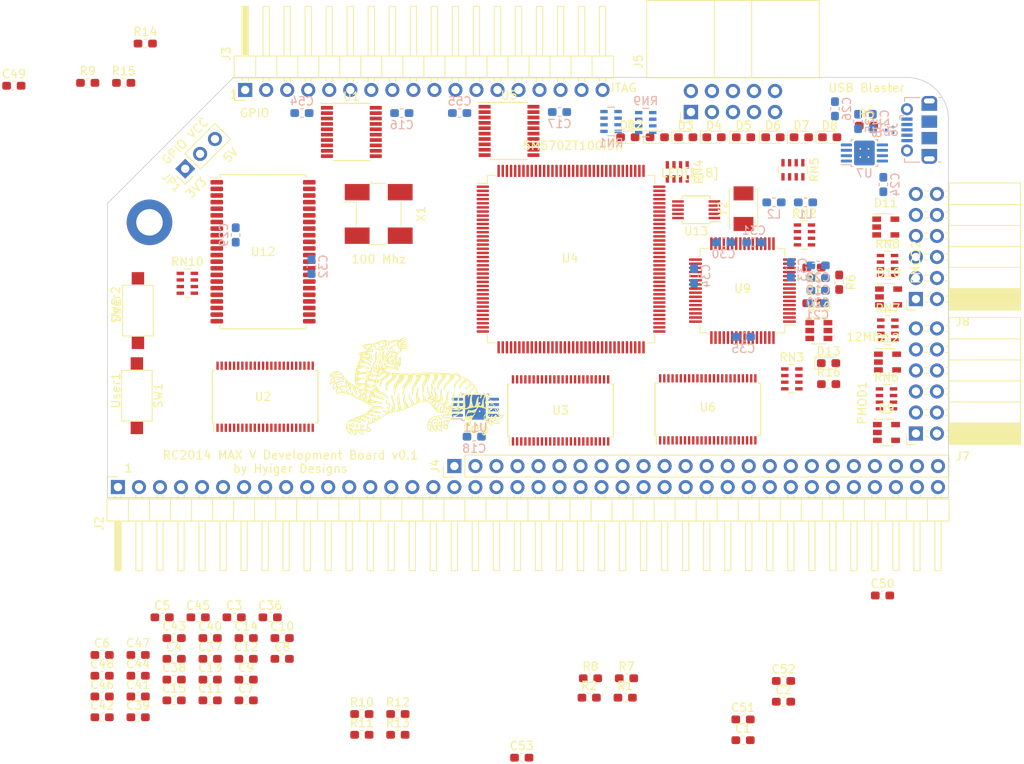
<source format=kicad_pcb>
(kicad_pcb (version 20171130) (host pcbnew "(5.1.2-1)-1")
  (layers (0 F.Cu mixed) (31 B.Cu mixed) (34 B.Paste user hide) (35 F.Paste user hide) (36 B.SilkS user) (37 F.SilkS user) (38 B.Mask user hide) (39 F.Mask user hide) (44 Edge.Cuts user))
  (net 0 "")
  (net 1 5V)
  (net 2 GND)
  (net 3 A0)
  (net 4 A1)
  (net 5 A2)
  (net 6 A3)
  (net 7 A4)
  (net 8 A5)
  (net 9 A6)
  (net 10 A7)
  (net 11 A8)
  (net 12 A9)
  (net 13 A10)
  (net 14 A11)
  (net 15 A12)
  (net 16 A13)
  (net 17 A14)
  (net 18 A15)
  (net 19 +1V8)
  (net 20 +3V3)
  (net 21 DIR)
  (net 22 D7)
  (net 23 D6)
  (net 24 D5)
  (net 25 D4)
  (net 26 D3)
  (net 27 D2)
  (net 28 D1)
  (net 29 D0)
  (net 30 ~BUSACK)
  (net 31 ~PAGE)
  (net 32 ~IORQ)
  (net 33 ~RD)
  (net 34 ~WR)
  (net 35 ~MREQ)
  (net 36 CLK)
  (net 37 ~M1)
  (net 38 ~INT)
  (net 39 ~RESET)
  (net 40 ~NMI)
  (net 41 ~WAIT)
  (net 42 ~BUSRQ)
  (net 43 ~HALT)
  (net 44 OE_A)
  (net 45 "Net-(D1-Pad2)")
  (net 46 "Net-(D2-Pad2)")
  (net 47 "Net-(D3-Pad2)")
  (net 48 "Net-(D4-Pad2)")
  (net 49 "Net-(D5-Pad2)")
  (net 50 "Net-(D6-Pad2)")
  (net 51 "Net-(D7-Pad2)")
  (net 52 "Net-(D8-Pad2)")
  (net 53 SW_USER1)
  (net 54 SW_USER2)
  (net 55 GPIO_16)
  (net 56 GPIO_15)
  (net 57 GPIO_14)
  (net 58 GPIO_13)
  (net 59 GPIO_12)
  (net 60 GPIO_11)
  (net 61 GPIO_10)
  (net 62 GPIO_9)
  (net 63 GPIO_8)
  (net 64 GPIO_7)
  (net 65 GPIO_6)
  (net 66 GPIO_5)
  (net 67 GPIO_4)
  (net 68 GPIO_3)
  (net 69 GPIO_2)
  (net 70 GPIO_1)
  (net 71 A15_F)
  (net 72 A14_F)
  (net 73 A13_F)
  (net 74 A12_F)
  (net 75 A11_F)
  (net 76 A10_F)
  (net 77 A9_F)
  (net 78 A8_F)
  (net 79 A7_F)
  (net 80 A6_F)
  (net 81 A5_F)
  (net 82 A4_F)
  (net 83 A3_F)
  (net 84 A2_F)
  (net 85 A1_F)
  (net 86 A0_F)
  (net 87 D0_F)
  (net 88 D1_F)
  (net 89 D2_F)
  (net 90 D3_F)
  (net 91 D4_F)
  (net 92 D5_F)
  (net 93 D6_F)
  (net 94 D7_F)
  (net 95 JTAG_TDI)
  (net 96 JTAG_TMS)
  (net 97 JTAG_TDO)
  (net 98 JTAG_TCK)
  (net 99 "Net-(R3-Pad2)")
  (net 100 "Net-(D9-Pad5)")
  (net 101 "Net-(D9-Pad4)")
  (net 102 "Net-(D9-Pad3)")
  (net 103 "Net-(D9-Pad1)")
  (net 104 "Net-(D10-Pad5)")
  (net 105 "Net-(D10-Pad4)")
  (net 106 "Net-(D10-Pad3)")
  (net 107 "Net-(D10-Pad1)")
  (net 108 RX_A)
  (net 109 IO1_CLK0)
  (net 110 ~M1_F)
  (net 111 CLK_F)
  (net 112 ~MREQ_F)
  (net 113 ~WR_F)
  (net 114 ~RD_F)
  (net 115 ~IORQ_F)
  (net 116 ~PAGE_F)
  (net 117 ~BUSACK_F)
  (net 118 "Net-(D12-Pad5)")
  (net 119 "Net-(D12-Pad4)")
  (net 120 "Net-(D12-Pad3)")
  (net 121 "Net-(D12-Pad1)")
  (net 122 D15)
  (net 123 D14)
  (net 124 D13)
  (net 125 D12)
  (net 126 D11)
  (net 127 D10)
  (net 128 D9)
  (net 129 D8)
  (net 130 ~RESET_F)
  (net 131 ~INT_F)
  (net 132 ~RESET2_F)
  (net 133 ~HALT_F)
  (net 134 ~BUSRQ_F)
  (net 135 ~WAIT_F)
  (net 136 ~NMI_F)
  (net 137 "Net-(C19-Pad1)")
  (net 138 "Net-(C21-Pad1)")
  (net 139 "Net-(C24-Pad1)")
  (net 140 "Net-(C26-Pad1)")
  (net 141 "Net-(D11-Pad5)")
  (net 142 "Net-(D11-Pad4)")
  (net 143 "Net-(D11-Pad3)")
  (net 144 "Net-(D11-Pad1)")
  (net 145 "Net-(J6-Pad3)")
  (net 146 "Net-(J6-Pad2)")
  (net 147 OE_G_1)
  (net 148 OE_G_2)
  (net 149 "Net-(R4-Pad2)")
  (net 150 "Net-(R6-Pad2)")
  (net 151 "Net-(R6-Pad1)")
  (net 152 "Net-(R9-Pad1)")
  (net 153 "Net-(RN2-Pad4)")
  (net 154 "Net-(RN2-Pad1)")
  (net 155 "Net-(RN2-Pad3)")
  (net 156 "Net-(RN2-Pad2)")
  (net 157 "Net-(RN3-Pad1)")
  (net 158 "Net-(RN3-Pad2)")
  (net 159 VCC_GPIO)
  (net 160 LED1)
  (net 161 LED2)
  (net 162 LED3)
  (net 163 LED4)
  (net 164 LED5)
  (net 165 LED6)
  (net 166 LED7)
  (net 167 LED8)
  (net 168 PMOD1_4)
  (net 169 PMOD1_3)
  (net 170 PMOD1_2)
  (net 171 PMOD1_1)
  (net 172 PMOD1_5)
  (net 173 PMOD1_6)
  (net 174 PMOD1_7)
  (net 175 PMOD1_8)
  (net 176 PMOD2_4)
  (net 177 PMOD2_3)
  (net 178 PMOD2_2)
  (net 179 PMOD2_1)
  (net 180 PMOD2_5)
  (net 181 PMOD2_6)
  (net 182 PMOD2_7)
  (net 183 PMOD2_8)
  (net 184 ~CE~_RAM)
  (net 185 ~OE~_RAM)
  (net 186 ~WE~_RAM)
  (net 187 GPIO_8_F)
  (net 188 GPIO_7_F)
  (net 189 GPIO_6_F)
  (net 190 GPIO_5_F)
  (net 191 GPIO_4_F)
  (net 192 GPIO_3_F)
  (net 193 GPIO_2_F)
  (net 194 GPIO_1_F)
  (net 195 GPIO_16_F)
  (net 196 GPIO_15_F)
  (net 197 GPIO_14_F)
  (net 198 GPIO_13_F)
  (net 199 GPIO_12_F)
  (net 200 GPIO_11_F)
  (net 201 GPIO_10_F)
  (net 202 GPIO_9_F)
  (net 203 D15_F)
  (net 204 D14_F)
  (net 205 D13_F)
  (net 206 D12_F)
  (net 207 D11_F)
  (net 208 D10_F)
  (net 209 D9_F)
  (net 210 D8_F)
  (net 211 OE_D1)
  (net 212 OE_C_O)
  (net 213 OE_C_I)
  (net 214 DIR_D)
  (net 215 SCL)
  (net 216 SDA)
  (net 217 CLK_7_3728_Mhz)
  (net 218 CLK_50Mhz)
  (net 219 CLK_12Mhz)
  (net 220 "Net-(U13-Pad3)")
  (net 221 "Net-(U13-Pad2)")
  (net 222 "Net-(J2-Pad40)")
  (net 223 "Net-(J2-Pad39)")
  (net 224 "Net-(J2-Pad38)")
  (net 225 "Net-(J2-Pad37)")
  (net 226 TX_A)
  (net 227 "Net-(J4-Pad24)")
  (net 228 "Net-(J4-Pad23)")
  (net 229 "Net-(J4-Pad22)")
  (net 230 "Net-(J4-Pad21)")
  (net 231 RX_B)
  (net 232 TX_B)
  (net 233 CLK2)
  (net 234 ~RFSH)
  (net 235 "Net-(J5-Pad8)")
  (net 236 "Net-(J5-Pad7)")
  (net 237 "Net-(D13-Pad2)")
  (net 238 "Net-(RN3-Pad4)")
  (net 239 "Net-(RN10-Pad4)")
  (net 240 RX_A_F)
  (net 241 DIR_C_I)
  (net 242 ~RESET2)
  (net 243 DIR_C_O)
  (net 244 "Net-(U4-Pad96)")
  (net 245 "Net-(U4-Pad95)")
  (net 246 "Net-(U4-Pad94)")
  (net 247 "Net-(U4-Pad93)")
  (net 248 "Net-(U4-Pad88)")
  (net 249 "Net-(U4-Pad87)")
  (net 250 "Net-(U4-Pad86)")
  (net 251 "Net-(U4-Pad85)")
  (net 252 "Net-(U4-Pad84)")
  (net 253 "Net-(U4-Pad81)")
  (net 254 "Net-(U4-Pad80)")
  (net 255 "Net-(U4-Pad79)")
  (net 256 "Net-(U4-Pad77)")
  (net 257 "Net-(U4-Pad76)")
  (net 258 "Net-(U4-Pad75)")
  (net 259 "Net-(U4-Pad74)")
  (net 260 "Net-(U4-Pad73)")
  (net 261 "Net-(U4-Pad52)")
  (net 262 "Net-(U4-Pad51)")
  (net 263 "Net-(U4-Pad5)")
  (net 264 "Net-(U4-Pad4)")
  (net 265 "Net-(U7-Pad6)")
  (net 266 "Net-(D13-Pad1)")
  (net 267 "Net-(U9-Pad59)")
  (net 268 "Net-(U9-Pad58)")
  (net 269 "Net-(U9-Pad57)")
  (net 270 "Net-(U9-Pad55)")
  (net 271 "Net-(U9-Pad54)")
  (net 272 "Net-(U9-Pad53)")
  (net 273 "Net-(U9-Pad52)")
  (net 274 "Net-(U9-Pad50)")
  (net 275 "Net-(U9-Pad49)")
  (net 276 "Net-(U9-Pad48)")
  (net 277 "Net-(U9-Pad46)")
  (net 278 "Net-(U9-Pad45)")
  (net 279 "Net-(U9-Pad44)")
  (net 280 "Net-(U9-Pad43)")
  (net 281 "Net-(U9-Pad41)")
  (net 282 "Net-(U9-Pad40)")
  (net 283 "Net-(U9-Pad39)")
  (net 284 "Net-(U9-Pad38)")
  (net 285 "Net-(U9-Pad36)")
  (net 286 "Net-(U9-Pad34)")
  (net 287 "Net-(U9-Pad33)")
  (net 288 "Net-(U9-Pad32)")
  (net 289 "Net-(U9-Pad30)")
  (net 290 "Net-(U9-Pad29)")
  (net 291 "Net-(U9-Pad28)")
  (net 292 "Net-(U9-Pad27)")
  (net 293 "Net-(U9-Pad26)")
  (net 294 "Net-(U9-Pad24)")
  (net 295 "Net-(U9-Pad23)")
  (net 296 "Net-(U9-Pad22)")
  (net 297 "Net-(U9-Pad21)")
  (net 298 "Net-(U9-Pad3)")
  (net 299 "Net-(U11-Pad6)")
  (net 300 "Net-(U12-Pad44)")
  (net 301 "Net-(U12-Pad43)")
  (net 302 "Net-(U12-Pad42)")
  (net 303 "Net-(U12-Pad41)")
  (net 304 "Net-(U12-Pad40)")
  (net 305 "Net-(U12-Pad39)")
  (net 306 "Net-(U12-Pad25)")
  (net 307 "Net-(U12-Pad24)")
  (net 308 "Net-(U12-Pad23)")
  (net 309 "Net-(U12-Pad22)")
  (net 310 "Net-(U12-Pad21)")
  (net 311 "Net-(U12-Pad2)")
  (net 312 "Net-(U12-Pad1)")
  (module LED_SMD:LED_0603_1608Metric_Pad1.05x0.95mm_HandSolder (layer F.Cu) (at 162.546 111.252)
    (fp_text reference D13 (at 0 -1.43) (layer F.SilkS))
    (fp_text value PWR)
    (pad 2 smd roundrect (at 0.875 0) (size 1.05 0.95) (layers F.Cu F.Paste F.Mask) (net 237 "Net-(D13-Pad2)"))
    (pad 1 smd roundrect (at -0.875 0) (size 1.05 0.95) (layers F.Cu F.Paste F.Mask) (net 266 "Net-(D13-Pad1)"))
  )
  (module Resistor_SMD:R_0603_1608Metric_Pad1.05x0.95mm_HandSolder (layer F.Cu) (at 162.56 113.792)
    (fp_text reference R16 (at 0 -1.43) (layer F.SilkS))
    (fp_text value 220R)
    (pad 2 smd roundrect (at 0.875 0) (size 1.05 0.95) (layers F.Cu F.Paste F.Mask) (net 237 "Net-(D13-Pad2)"))
    (pad 1 smd roundrect (at -0.875 0) (size 1.05 0.95) (layers F.Cu F.Paste F.Mask) (net 20 +3V3))
  )
  (module Crystal:Crystal_SMD_TXC_7A-2Pin_5x3.2mm (layer F.Cu) (at 152.273 92.583 90)
    (fp_text reference Y2 (at 0 -2.5 90) (layer F.SilkS))
    (fp_text value "25MHZ 8PF")
    (pad 2 smd rect (at 1.85 0 90) (size 1.7 2.4) (layers F.Cu F.Paste F.Mask) (net 220 "Net-(U13-Pad3)"))
    (pad 1 smd rect (at -1.85 0 90) (size 1.7 2.4) (layers F.Cu F.Paste F.Mask) (net 221 "Net-(U13-Pad2)"))
  )
  (module Oscillator:Oscillator_SMD_SeikoEpson_SG8002CA-4Pin_7.0x5.0mm_HandSoldering (layer F.Cu) (at 108.204 93.218 270)
    (fp_text reference X1 (at 0 -5.1 90) (layer F.SilkS))
    (fp_text value CB3LV-3I-50M0000)
    (pad 4 smd rect (at -2.63 -2.6 270) (size 1.98 3) (layers F.Cu F.Paste F.Mask) (net 20 +3V3))
    (pad 3 smd rect (at 2.63 -2.6 270) (size 1.98 3) (layers F.Cu F.Paste F.Mask) (net 152 "Net-(R9-Pad1)"))
    (pad 2 smd rect (at 2.63 2.6 270) (size 1.98 3) (layers F.Cu F.Paste F.Mask) (net 2 GND))
    (pad 1 smd rect (at -2.63 2.6 270) (size 1.98 3) (layers F.Cu F.Paste F.Mask) (net 20 +3V3))
  )
  (module Package_SO:MSOP-10_3x3mm_P0.5mm (layer F.Cu) (at 146.558 92.71 180)
    (fp_text reference U13 (at 0 -2.6) (layer F.SilkS))
    (fp_text value Si5351A-B-GT)
    (pad 10 smd rect (at 2.2 -1 180) (size 1.4 0.3) (layers F.Cu F.Paste F.Mask) (net 218 CLK_50Mhz))
    (pad 9 smd rect (at 2.2 -0.5 180) (size 1.4 0.3) (layers F.Cu F.Paste F.Mask) (net 219 CLK_12Mhz))
    (pad 8 smd rect (at 2.2 0 180) (size 1.4 0.3) (layers F.Cu F.Paste F.Mask) (net 2 GND))
    (pad 7 smd rect (at 2.2 0.5 180) (size 1.4 0.3) (layers F.Cu F.Paste F.Mask) (net 20 +3V3))
    (pad 6 smd rect (at 2.2 1 180) (size 1.4 0.3) (layers F.Cu F.Paste F.Mask) (net 217 CLK_7_3728_Mhz))
    (pad 5 smd rect (at -2.2 1 180) (size 1.4 0.3) (layers F.Cu F.Paste F.Mask) (net 216 SDA))
    (pad 4 smd rect (at -2.2 0.5 180) (size 1.4 0.3) (layers F.Cu F.Paste F.Mask) (net 215 SCL))
    (pad 3 smd rect (at -2.2 0 180) (size 1.4 0.3) (layers F.Cu F.Paste F.Mask) (net 220 "Net-(U13-Pad3)"))
    (pad 2 smd rect (at -2.2 -0.5 180) (size 1.4 0.3) (layers F.Cu F.Paste F.Mask) (net 221 "Net-(U13-Pad2)"))
    (pad 1 smd rect (at -2.2 -1 180) (size 1.4 0.3) (layers F.Cu F.Paste F.Mask) (net 20 +3V3))
  )
  (module Resistor_SMD:R_0603_1608Metric_Pad1.05x0.95mm_HandSolder (layer F.Cu) (at 77.405 77.374)
    (fp_text reference R15 (at 0 -1.43) (layer F.SilkS))
    (fp_text value 1K)
    (pad 2 smd roundrect (at 0.875 0) (size 1.05 0.95) (layers F.Cu F.Paste F.Mask) (net 216 SDA))
    (pad 1 smd roundrect (at -0.875 0) (size 1.05 0.95) (layers F.Cu F.Paste F.Mask) (net 20 +3V3))
  )
  (module Resistor_SMD:R_0603_1608Metric_Pad1.05x0.95mm_HandSolder (layer F.Cu) (at 80.005 72.624)
    (fp_text reference R14 (at 0 -1.43) (layer F.SilkS))
    (fp_text value 1K)
    (pad 2 smd roundrect (at 0.875 0) (size 1.05 0.95) (layers F.Cu F.Paste F.Mask) (net 215 SCL))
    (pad 1 smd roundrect (at -0.875 0) (size 1.05 0.95) (layers F.Cu F.Paste F.Mask) (net 20 +3V3))
  )
  (module Resistor_SMD:R_0603_1608Metric_Pad1.05x0.95mm_HandSolder (layer F.Cu) (at 73.055 77.374)
    (fp_text reference R9 (at 0 -1.43) (layer F.SilkS))
    (fp_text value 22R5)
    (pad 2 smd roundrect (at 0.875 0) (size 1.05 0.95) (layers F.Cu F.Paste F.Mask) (net 109 IO1_CLK0))
    (pad 1 smd roundrect (at -0.875 0) (size 1.05 0.95) (layers F.Cu F.Paste F.Mask) (net 152 "Net-(R9-Pad1)"))
  )
  (module Capacitor_SMD:C_0603_1608Metric_Pad1.05x0.95mm_HandSolder (layer B.Cu) (at 117.983 81.026 180)
    (fp_text reference C55 (at 0 1.43) (layer B.SilkS) (effects (justify mirror)))
    (fp_text value 0.47uF)
    (pad 2 smd roundrect (at 0.875 0 180) (size 1.05 0.95) (layers B.Cu B.Paste B.Mask) (net 2 GND))
    (pad 1 smd roundrect (at -0.875 0 180) (size 1.05 0.95) (layers B.Cu B.Paste B.Mask) (net 20 +3V3))
  )
  (module Capacitor_SMD:C_0603_1608Metric_Pad1.05x0.95mm_HandSolder (layer B.Cu) (at 98.933 81.026 180)
    (fp_text reference C54 (at 0 1.43) (layer B.SilkS) (effects (justify mirror)))
    (fp_text value 0.47uF)
    (pad 2 smd roundrect (at 0.875 0 180) (size 1.05 0.95) (layers B.Cu B.Paste B.Mask) (net 2 GND))
    (pad 1 smd roundrect (at -0.875 0 180) (size 1.05 0.95) (layers B.Cu B.Paste B.Mask) (net 20 +3V3))
  )
  (module Capacitor_SMD:C_0603_1608Metric_Pad1.05x0.95mm_HandSolder (layer F.Cu) (at 64.135 77.724)
    (fp_text reference C49 (at 0 -1.43) (layer F.SilkS))
    (fp_text value 100nF)
    (pad 2 smd roundrect (at 0.875 0) (size 1.05 0.95) (layers F.Cu F.Paste F.Mask) (net 2 GND))
    (pad 1 smd roundrect (at -0.875 0) (size 1.05 0.95) (layers F.Cu F.Paste F.Mask) (net 20 +3V3))
  )
  (module Resistor_SMD:R_0603_1608Metric_Pad1.05x0.95mm_HandSolder (layer F.Cu) (at 110.522 156.18)
    (fp_text reference R13 (at 0 -1.43) (layer F.SilkS))
    (fp_text value 10K)
    (pad 2 smd roundrect (at 0.875 0) (size 1.05 0.95) (layers F.Cu F.Paste F.Mask) (net 20 +3V3))
    (pad 1 smd roundrect (at -0.875 0) (size 1.05 0.95) (layers F.Cu F.Paste F.Mask) (net 213 OE_C_I))
  )
  (module Resistor_SMD:R_0603_1608Metric_Pad1.05x0.95mm_HandSolder (layer F.Cu) (at 110.522 153.67)
    (fp_text reference R12 (at 0 -1.43) (layer F.SilkS))
    (fp_text value 10K)
    (pad 2 smd roundrect (at 0.875 0) (size 1.05 0.95) (layers F.Cu F.Paste F.Mask) (net 20 +3V3))
    (pad 1 smd roundrect (at -0.875 0) (size 1.05 0.95) (layers F.Cu F.Paste F.Mask) (net 212 OE_C_O))
  )
  (module Resistor_SMD:R_0603_1608Metric_Pad1.05x0.95mm_HandSolder (layer F.Cu) (at 106.172 156.18)
    (fp_text reference R11 (at 0 -1.43) (layer F.SilkS))
    (fp_text value 10K)
    (pad 2 smd roundrect (at 0.875 0) (size 1.05 0.95) (layers F.Cu F.Paste F.Mask) (net 20 +3V3))
    (pad 1 smd roundrect (at -0.875 0) (size 1.05 0.95) (layers F.Cu F.Paste F.Mask) (net 211 OE_D1))
  )
  (module Resistor_SMD:R_0603_1608Metric_Pad1.05x0.95mm_HandSolder (layer F.Cu) (at 106.172 153.67)
    (fp_text reference R10 (at 0 -1.43) (layer F.SilkS))
    (fp_text value 10K)
    (pad 2 smd roundrect (at 0.875 0) (size 1.05 0.95) (layers F.Cu F.Paste F.Mask) (net 20 +3V3))
    (pad 1 smd roundrect (at -0.875 0) (size 1.05 0.95) (layers F.Cu F.Paste F.Mask) (net 44 OE_A))
  )
  (module Connector_PinHeader_2.54mm:PinHeader_1x03_P2.54mm_Vertical (layer F.Cu) (at 84.836 87.757 135)
    (fp_text reference JP1 (at 0 -2.33 135) (layer F.SilkS))
    (fp_text value Jumper_3_Bridged12)
    (pad 3 thru_hole oval (at 0 5.08 135) (size 1.7 1.7) (drill 1) (layers *.Cu *.Mask) (net 1 5V))
    (pad 2 thru_hole oval (at 0 2.54 135) (size 1.7 1.7) (drill 1) (layers *.Cu *.Mask) (net 159 VCC_GPIO))
    (pad 1 thru_hole rect (at 0 0 135) (size 1.7 1.7) (drill 1) (layers *.Cu *.Mask) (net 20 +3V3))
  )
  (module Connector_PinHeader_2.54mm:PinHeader_1x18_P2.54mm_Horizontal (layer F.Cu) (at 92.075 78.232 90)
    (fp_text reference J3 (at 4.385 -2.27 90) (layer F.SilkS))
    (fp_text value "Pro Bus")
    (pad 18 thru_hole oval (at 0 43.18 90) (size 1.7 1.7) (drill 1) (layers *.Cu *.Mask) (net 55 GPIO_16))
    (pad 17 thru_hole oval (at 0 40.64 90) (size 1.7 1.7) (drill 1) (layers *.Cu *.Mask) (net 56 GPIO_15))
    (pad 16 thru_hole oval (at 0 38.1 90) (size 1.7 1.7) (drill 1) (layers *.Cu *.Mask) (net 57 GPIO_14))
    (pad 15 thru_hole oval (at 0 35.56 90) (size 1.7 1.7) (drill 1) (layers *.Cu *.Mask) (net 58 GPIO_13))
    (pad 14 thru_hole oval (at 0 33.02 90) (size 1.7 1.7) (drill 1) (layers *.Cu *.Mask) (net 59 GPIO_12))
    (pad 13 thru_hole oval (at 0 30.48 90) (size 1.7 1.7) (drill 1) (layers *.Cu *.Mask) (net 60 GPIO_11))
    (pad 12 thru_hole oval (at 0 27.94 90) (size 1.7 1.7) (drill 1) (layers *.Cu *.Mask) (net 61 GPIO_10))
    (pad 11 thru_hole oval (at 0 25.4 90) (size 1.7 1.7) (drill 1) (layers *.Cu *.Mask) (net 62 GPIO_9))
    (pad 10 thru_hole oval (at 0 22.86 90) (size 1.7 1.7) (drill 1) (layers *.Cu *.Mask) (net 63 GPIO_8))
    (pad 9 thru_hole oval (at 0 20.32 90) (size 1.7 1.7) (drill 1) (layers *.Cu *.Mask) (net 64 GPIO_7))
    (pad 8 thru_hole oval (at 0 17.78 90) (size 1.7 1.7) (drill 1) (layers *.Cu *.Mask) (net 65 GPIO_6))
    (pad 7 thru_hole oval (at 0 15.24 90) (size 1.7 1.7) (drill 1) (layers *.Cu *.Mask) (net 66 GPIO_5))
    (pad 6 thru_hole oval (at 0 12.7 90) (size 1.7 1.7) (drill 1) (layers *.Cu *.Mask) (net 67 GPIO_4))
    (pad 5 thru_hole oval (at 0 10.16 90) (size 1.7 1.7) (drill 1) (layers *.Cu *.Mask) (net 68 GPIO_3))
    (pad 4 thru_hole oval (at 0 7.62 90) (size 1.7 1.7) (drill 1) (layers *.Cu *.Mask) (net 69 GPIO_2))
    (pad 3 thru_hole oval (at 0 5.08 90) (size 1.7 1.7) (drill 1) (layers *.Cu *.Mask) (net 70 GPIO_1))
    (pad 2 thru_hole oval (at 0 2.54 90) (size 1.7 1.7) (drill 1) (layers *.Cu *.Mask) (net 159 VCC_GPIO))
    (pad 1 thru_hole rect (at 0 0 90) (size 1.7 1.7) (drill 1) (layers *.Cu *.Mask) (net 2 GND))
  )
  (module Package_SO:MSOP-8-1EP_3x3mm_P0.65mm_EP2.5x3mm_Mask1.73x2.36mm_ThermalVias (layer B.Cu) (at 119.888 116.586)
    (fp_text reference U11 (at 0 2.45) (layer B.SilkS) (effects (justify mirror)))
    (fp_text value MIC5356-SGYMME)
    (pad 8 smd roundrect (at 2.175 0.975) (size 1.35 0.35) (layers B.Cu B.Paste B.Mask) (net 20 +3V3))
    (pad 7 smd roundrect (at 2.175 0.325) (size 1.35 0.35) (layers B.Cu B.Paste B.Mask) (net 19 +1V8))
    (pad 6 smd roundrect (at 2.175 -0.325) (size 1.35 0.35) (layers B.Cu B.Paste B.Mask) (net 299 "Net-(U11-Pad6)"))
    (pad 5 smd roundrect (at 2.175 -0.975) (size 1.35 0.35) (layers B.Cu B.Paste B.Mask) (net 1 5V))
    (pad 4 smd roundrect (at -2.175 -0.975) (size 1.35 0.35) (layers B.Cu B.Paste B.Mask) (net 1 5V))
    (pad 3 smd roundrect (at -2.175 -0.325) (size 1.35 0.35) (layers B.Cu B.Paste B.Mask) (net 1 5V))
    (pad 2 smd roundrect (at -2.175 0.325) (size 1.35 0.35) (layers B.Cu B.Paste B.Mask) (net 2 GND))
    (pad 1 smd roundrect (at -2.175 0.975) (size 1.35 0.35) (layers B.Cu B.Paste B.Mask) (net 1 5V))
    (pad 9 smd roundrect (at 0 0) (size 1.5 1.5) (layers F.Cu) (roundrect_rratio 0.166667) (net 2 GND))
    (pad 9 thru_hole circle (at 0.5 -0.5) (size 0.5 0.5) (drill 0.2) (layers *.Cu) (net 2 GND))
    (pad 9 thru_hole circle (at -0.5 -0.5) (size 0.5 0.5) (drill 0.2) (layers *.Cu) (net 2 GND))
    (pad 9 thru_hole circle (at 0.5 0.5) (size 0.5 0.5) (drill 0.2) (layers *.Cu) (net 2 GND))
    (pad 9 thru_hole circle (at -0.5 0.5) (size 0.5 0.5) (drill 0.2) (layers *.Cu) (net 2 GND))
    (pad 9 smd roundrect (at 0 0) (size 2.5 3) (layers B.Cu) (roundrect_rratio 0.1) (net 2 GND))
  )
  (module Package_SO:TSSOP-20_4.4x6.5mm_P0.65mm (layer F.Cu) (at 123.952 83.185)
    (fp_text reference U5 (at 0 -4.3) (layer F.SilkS))
    (fp_text value TXB0108PWR)
    (pad 20 smd rect (at 2.95 -2.925) (size 1.45 0.45) (layers F.Cu F.Paste F.Mask) (net 62 GPIO_9))
    (pad 19 smd rect (at 2.95 -2.275) (size 1.45 0.45) (layers F.Cu F.Paste F.Mask) (net 159 VCC_GPIO))
    (pad 18 smd rect (at 2.95 -1.625) (size 1.45 0.45) (layers F.Cu F.Paste F.Mask) (net 61 GPIO_10))
    (pad 17 smd rect (at 2.95 -0.975) (size 1.45 0.45) (layers F.Cu F.Paste F.Mask) (net 60 GPIO_11))
    (pad 16 smd rect (at 2.95 -0.325) (size 1.45 0.45) (layers F.Cu F.Paste F.Mask) (net 59 GPIO_12))
    (pad 15 smd rect (at 2.95 0.325) (size 1.45 0.45) (layers F.Cu F.Paste F.Mask) (net 58 GPIO_13))
    (pad 14 smd rect (at 2.95 0.975) (size 1.45 0.45) (layers F.Cu F.Paste F.Mask) (net 57 GPIO_14))
    (pad 13 smd rect (at 2.95 1.625) (size 1.45 0.45) (layers F.Cu F.Paste F.Mask) (net 56 GPIO_15))
    (pad 12 smd rect (at 2.95 2.275) (size 1.45 0.45) (layers F.Cu F.Paste F.Mask) (net 55 GPIO_16))
    (pad 11 smd rect (at 2.95 2.925) (size 1.45 0.45) (layers F.Cu F.Paste F.Mask) (net 2 GND))
    (pad 10 smd rect (at -2.95 2.925) (size 1.45 0.45) (layers F.Cu F.Paste F.Mask) (net 148 OE_G_2))
    (pad 9 smd rect (at -2.95 2.275) (size 1.45 0.45) (layers F.Cu F.Paste F.Mask) (net 195 GPIO_16_F))
    (pad 8 smd rect (at -2.95 1.625) (size 1.45 0.45) (layers F.Cu F.Paste F.Mask) (net 196 GPIO_15_F))
    (pad 7 smd rect (at -2.95 0.975) (size 1.45 0.45) (layers F.Cu F.Paste F.Mask) (net 197 GPIO_14_F))
    (pad 6 smd rect (at -2.95 0.325) (size 1.45 0.45) (layers F.Cu F.Paste F.Mask) (net 198 GPIO_13_F))
    (pad 5 smd rect (at -2.95 -0.325) (size 1.45 0.45) (layers F.Cu F.Paste F.Mask) (net 199 GPIO_12_F))
    (pad 4 smd rect (at -2.95 -0.975) (size 1.45 0.45) (layers F.Cu F.Paste F.Mask) (net 200 GPIO_11_F))
    (pad 3 smd rect (at -2.95 -1.625) (size 1.45 0.45) (layers F.Cu F.Paste F.Mask) (net 201 GPIO_10_F))
    (pad 2 smd rect (at -2.95 -2.275) (size 1.45 0.45) (layers F.Cu F.Paste F.Mask) (net 20 +3V3))
    (pad 1 smd rect (at -2.95 -2.925) (size 1.45 0.45) (layers F.Cu F.Paste F.Mask) (net 202 GPIO_9_F))
  )
  (module Package_QFP:TQFP-144_20x20mm_P0.5mm (layer F.Cu) (at 131.445 98.679)
    (fp_text reference U4 (at -0.127 -0.127) (layer F.SilkS))
    (fp_text value 5M1270ZT144C5N)
    (pad 144 smd roundrect (at -8.75 -10.6625) (size 0.3 1.475) (layers F.Cu F.Paste F.Mask) (net 195 GPIO_16_F))
    (pad 143 smd roundrect (at -8.25 -10.6625) (size 0.3 1.475) (layers F.Cu F.Paste F.Mask) (net 196 GPIO_15_F))
    (pad 142 smd roundrect (at -7.75 -10.6625) (size 0.3 1.475) (layers F.Cu F.Paste F.Mask) (net 197 GPIO_14_F))
    (pad 141 smd roundrect (at -7.25 -10.6625) (size 0.3 1.475) (layers F.Cu F.Paste F.Mask) (net 198 GPIO_13_F))
    (pad 140 smd roundrect (at -6.75 -10.6625) (size 0.3 1.475) (layers F.Cu F.Paste F.Mask) (net 199 GPIO_12_F))
    (pad 139 smd roundrect (at -6.25 -10.6625) (size 0.3 1.475) (layers F.Cu F.Paste F.Mask) (net 200 GPIO_11_F))
    (pad 138 smd roundrect (at -5.75 -10.6625) (size 0.3 1.475) (layers F.Cu F.Paste F.Mask) (net 201 GPIO_10_F))
    (pad 137 smd roundrect (at -5.25 -10.6625) (size 0.3 1.475) (layers F.Cu F.Paste F.Mask) (net 202 GPIO_9_F))
    (pad 136 smd roundrect (at -4.75 -10.6625) (size 0.3 1.475) (layers F.Cu F.Paste F.Mask) (net 20 +3V3))
    (pad 135 smd roundrect (at -4.25 -10.6625) (size 0.3 1.475) (layers F.Cu F.Paste F.Mask) (net 2 GND))
    (pad 134 smd roundrect (at -3.75 -10.6625) (size 0.3 1.475) (layers F.Cu F.Paste F.Mask) (net 187 GPIO_8_F))
    (pad 133 smd roundrect (at -3.25 -10.6625) (size 0.3 1.475) (layers F.Cu F.Paste F.Mask) (net 188 GPIO_7_F))
    (pad 132 smd roundrect (at -2.75 -10.6625) (size 0.3 1.475) (layers F.Cu F.Paste F.Mask) (net 189 GPIO_6_F))
    (pad 131 smd roundrect (at -2.25 -10.6625) (size 0.3 1.475) (layers F.Cu F.Paste F.Mask) (net 190 GPIO_5_F))
    (pad 130 smd roundrect (at -1.75 -10.6625) (size 0.3 1.475) (layers F.Cu F.Paste F.Mask) (net 191 GPIO_4_F))
    (pad 129 smd roundrect (at -1.25 -10.6625) (size 0.3 1.475) (layers F.Cu F.Paste F.Mask) (net 192 GPIO_3_F))
    (pad 128 smd roundrect (at -0.75 -10.6625) (size 0.3 1.475) (layers F.Cu F.Paste F.Mask) (net 2 GND))
    (pad 127 smd roundrect (at -0.25 -10.6625) (size 0.3 1.475) (layers F.Cu F.Paste F.Mask) (net 193 GPIO_2_F))
    (pad 126 smd roundrect (at 0.25 -10.6625) (size 0.3 1.475) (layers F.Cu F.Paste F.Mask) (net 19 +1V8))
    (pad 125 smd roundrect (at 0.75 -10.6625) (size 0.3 1.475) (layers F.Cu F.Paste F.Mask) (net 194 GPIO_1_F))
    (pad 124 smd roundrect (at 1.25 -10.6625) (size 0.3 1.475) (layers F.Cu F.Paste F.Mask) (net 160 LED1))
    (pad 123 smd roundrect (at 1.75 -10.6625) (size 0.3 1.475) (layers F.Cu F.Paste F.Mask) (net 161 LED2))
    (pad 122 smd roundrect (at 2.25 -10.6625) (size 0.3 1.475) (layers F.Cu F.Paste F.Mask) (net 162 LED3))
    (pad 121 smd roundrect (at 2.75 -10.6625) (size 0.3 1.475) (layers F.Cu F.Paste F.Mask) (net 163 LED4))
    (pad 120 smd roundrect (at 3.25 -10.6625) (size 0.3 1.475) (layers F.Cu F.Paste F.Mask) (net 164 LED5))
    (pad 119 smd roundrect (at 3.75 -10.6625) (size 0.3 1.475) (layers F.Cu F.Paste F.Mask) (net 165 LED6))
    (pad 118 smd roundrect (at 4.25 -10.6625) (size 0.3 1.475) (layers F.Cu F.Paste F.Mask) (net 166 LED7))
    (pad 117 smd roundrect (at 4.75 -10.6625) (size 0.3 1.475) (layers F.Cu F.Paste F.Mask) (net 167 LED8))
    (pad 116 smd roundrect (at 5.25 -10.6625) (size 0.3 1.475) (layers F.Cu F.Paste F.Mask) (net 20 +3V3))
    (pad 115 smd roundrect (at 5.75 -10.6625) (size 0.3 1.475) (layers F.Cu F.Paste F.Mask) (net 2 GND))
    (pad 114 smd roundrect (at 6.25 -10.6625) (size 0.3 1.475) (layers F.Cu F.Paste F.Mask) (net 183 PMOD2_8))
    (pad 113 smd roundrect (at 6.75 -10.6625) (size 0.3 1.475) (layers F.Cu F.Paste F.Mask) (net 182 PMOD2_7))
    (pad 112 smd roundrect (at 7.25 -10.6625) (size 0.3 1.475) (layers F.Cu F.Paste F.Mask) (net 181 PMOD2_6))
    (pad 111 smd roundrect (at 7.75 -10.6625) (size 0.3 1.475) (layers F.Cu F.Paste F.Mask) (net 180 PMOD2_5))
    (pad 110 smd roundrect (at 8.25 -10.6625) (size 0.3 1.475) (layers F.Cu F.Paste F.Mask) (net 176 PMOD2_4))
    (pad 109 smd roundrect (at 8.75 -10.6625) (size 0.3 1.475) (layers F.Cu F.Paste F.Mask) (net 177 PMOD2_3))
    (pad 108 smd roundrect (at 10.6625 -8.75) (size 1.475 0.3) (layers F.Cu F.Paste F.Mask) (net 178 PMOD2_2))
    (pad 107 smd roundrect (at 10.6625 -8.25) (size 1.475 0.3) (layers F.Cu F.Paste F.Mask) (net 179 PMOD2_1))
    (pad 106 smd roundrect (at 10.6625 -7.75) (size 1.475 0.3) (layers F.Cu F.Paste F.Mask) (net 175 PMOD1_8))
    (pad 105 smd roundrect (at 10.6625 -7.25) (size 1.475 0.3) (layers F.Cu F.Paste F.Mask) (net 174 PMOD1_7))
    (pad 104 smd roundrect (at 10.6625 -6.75) (size 1.475 0.3) (layers F.Cu F.Paste F.Mask) (net 173 PMOD1_6))
    (pad 103 smd roundrect (at 10.6625 -6.25) (size 1.475 0.3) (layers F.Cu F.Paste F.Mask) (net 172 PMOD1_5))
    (pad 102 smd roundrect (at 10.6625 -5.75) (size 1.475 0.3) (layers F.Cu F.Paste F.Mask) (net 168 PMOD1_4))
    (pad 101 smd roundrect (at 10.6625 -5.25) (size 1.475 0.3) (layers F.Cu F.Paste F.Mask) (net 169 PMOD1_3))
    (pad 100 smd roundrect (at 10.6625 -4.75) (size 1.475 0.3) (layers F.Cu F.Paste F.Mask) (net 20 +3V3))
    (pad 99 smd roundrect (at 10.6625 -4.25) (size 1.475 0.3) (layers F.Cu F.Paste F.Mask) (net 2 GND))
    (pad 98 smd roundrect (at 10.6625 -3.75) (size 1.475 0.3) (layers F.Cu F.Paste F.Mask) (net 170 PMOD1_2))
    (pad 97 smd roundrect (at 10.6625 -3.25) (size 1.475 0.3) (layers F.Cu F.Paste F.Mask) (net 171 PMOD1_1))
    (pad 96 smd roundrect (at 10.6625 -2.75) (size 1.475 0.3) (layers F.Cu F.Paste F.Mask) (net 244 "Net-(U4-Pad96)"))
    (pad 95 smd roundrect (at 10.6625 -2.25) (size 1.475 0.3) (layers F.Cu F.Paste F.Mask) (net 245 "Net-(U4-Pad95)"))
    (pad 94 smd roundrect (at 10.6625 -1.75) (size 1.475 0.3) (layers F.Cu F.Paste F.Mask) (net 246 "Net-(U4-Pad94)"))
    (pad 93 smd roundrect (at 10.6625 -1.25) (size 1.475 0.3) (layers F.Cu F.Paste F.Mask) (net 247 "Net-(U4-Pad93)"))
    (pad 92 smd roundrect (at 10.6625 -0.75) (size 1.475 0.3) (layers F.Cu F.Paste F.Mask) (net 2 GND))
    (pad 91 smd roundrect (at 10.6625 -0.25) (size 1.475 0.3) (layers F.Cu F.Paste F.Mask) (net 111 CLK_F))
    (pad 90 smd roundrect (at 10.6625 0.25) (size 1.475 0.3) (layers F.Cu F.Paste F.Mask) (net 19 +1V8))
    (pad 89 smd roundrect (at 10.6625 0.75) (size 1.475 0.3) (layers F.Cu F.Paste F.Mask) (net 109 IO1_CLK0))
    (pad 88 smd roundrect (at 10.6625 1.25) (size 1.475 0.3) (layers F.Cu F.Paste F.Mask) (net 248 "Net-(U4-Pad88)"))
    (pad 87 smd roundrect (at 10.6625 1.75) (size 1.475 0.3) (layers F.Cu F.Paste F.Mask) (net 249 "Net-(U4-Pad87)"))
    (pad 86 smd roundrect (at 10.6625 2.25) (size 1.475 0.3) (layers F.Cu F.Paste F.Mask) (net 250 "Net-(U4-Pad86)"))
    (pad 85 smd roundrect (at 10.6625 2.75) (size 1.475 0.3) (layers F.Cu F.Paste F.Mask) (net 251 "Net-(U4-Pad85)"))
    (pad 84 smd roundrect (at 10.6625 3.25) (size 1.475 0.3) (layers F.Cu F.Paste F.Mask) (net 252 "Net-(U4-Pad84)"))
    (pad 83 smd roundrect (at 10.6625 3.75) (size 1.475 0.3) (layers F.Cu F.Paste F.Mask) (net 2 GND))
    (pad 82 smd roundrect (at 10.6625 4.25) (size 1.475 0.3) (layers F.Cu F.Paste F.Mask) (net 20 +3V3))
    (pad 81 smd roundrect (at 10.6625 4.75) (size 1.475 0.3) (layers F.Cu F.Paste F.Mask) (net 253 "Net-(U4-Pad81)"))
    (pad 80 smd roundrect (at 10.6625 5.25) (size 1.475 0.3) (layers F.Cu F.Paste F.Mask) (net 254 "Net-(U4-Pad80)"))
    (pad 79 smd roundrect (at 10.6625 5.75) (size 1.475 0.3) (layers F.Cu F.Paste F.Mask) (net 255 "Net-(U4-Pad79)"))
    (pad 78 smd roundrect (at 10.6625 6.25) (size 1.475 0.3) (layers F.Cu F.Paste F.Mask) (net 2 GND))
    (pad 77 smd roundrect (at 10.6625 6.75) (size 1.475 0.3) (layers F.Cu F.Paste F.Mask) (net 256 "Net-(U4-Pad77)"))
    (pad 76 smd roundrect (at 10.6625 7.25) (size 1.475 0.3) (layers F.Cu F.Paste F.Mask) (net 257 "Net-(U4-Pad76)"))
    (pad 75 smd roundrect (at 10.6625 7.75) (size 1.475 0.3) (layers F.Cu F.Paste F.Mask) (net 258 "Net-(U4-Pad75)"))
    (pad 74 smd roundrect (at 10.6625 8.25) (size 1.475 0.3) (layers F.Cu F.Paste F.Mask) (net 259 "Net-(U4-Pad74)"))
    (pad 73 smd roundrect (at 10.6625 8.75) (size 1.475 0.3) (layers F.Cu F.Paste F.Mask) (net 260 "Net-(U4-Pad73)"))
    (pad 72 smd roundrect (at 8.75 10.6625) (size 0.3 1.475) (layers F.Cu F.Paste F.Mask) (net 203 D15_F))
    (pad 71 smd roundrect (at 8.25 10.6625) (size 0.3 1.475) (layers F.Cu F.Paste F.Mask) (net 204 D14_F))
    (pad 70 smd roundrect (at 7.75 10.6625) (size 0.3 1.475) (layers F.Cu F.Paste F.Mask) (net 205 D13_F))
    (pad 69 smd roundrect (at 7.25 10.6625) (size 0.3 1.475) (layers F.Cu F.Paste F.Mask) (net 206 D12_F))
    (pad 68 smd roundrect (at 6.75 10.6625) (size 0.3 1.475) (layers F.Cu F.Paste F.Mask) (net 207 D11_F))
    (pad 67 smd roundrect (at 6.25 10.6625) (size 0.3 1.475) (layers F.Cu F.Paste F.Mask) (net 208 D10_F))
    (pad 66 smd roundrect (at 5.75 10.6625) (size 0.3 1.475) (layers F.Cu F.Paste F.Mask) (net 209 D9_F))
    (pad 65 smd roundrect (at 5.25 10.6625) (size 0.3 1.475) (layers F.Cu F.Paste F.Mask) (net 2 GND))
    (pad 64 smd roundrect (at 4.75 10.6625) (size 0.3 1.475) (layers F.Cu F.Paste F.Mask) (net 20 +3V3))
    (pad 63 smd roundrect (at 4.25 10.6625) (size 0.3 1.475) (layers F.Cu F.Paste F.Mask) (net 210 D8_F))
    (pad 62 smd roundrect (at 3.75 10.6625) (size 0.3 1.475) (layers F.Cu F.Paste F.Mask) (net 94 D7_F))
    (pad 61 smd roundrect (at 3.25 10.6625) (size 0.3 1.475) (layers F.Cu F.Paste F.Mask) (net 93 D6_F))
    (pad 60 smd roundrect (at 2.75 10.6625) (size 0.3 1.475) (layers F.Cu F.Paste F.Mask) (net 92 D5_F))
    (pad 59 smd roundrect (at 2.25 10.6625) (size 0.3 1.475) (layers F.Cu F.Paste F.Mask) (net 91 D4_F))
    (pad 58 smd roundrect (at 1.75 10.6625) (size 0.3 1.475) (layers F.Cu F.Paste F.Mask) (net 90 D3_F))
    (pad 57 smd roundrect (at 1.25 10.6625) (size 0.3 1.475) (layers F.Cu F.Paste F.Mask) (net 89 D2_F))
    (pad 56 smd roundrect (at 0.75 10.6625) (size 0.3 1.475) (layers F.Cu F.Paste F.Mask) (net 19 +1V8))
    (pad 55 smd roundrect (at 0.25 10.6625) (size 0.3 1.475) (layers F.Cu F.Paste F.Mask) (net 88 D1_F))
    (pad 54 smd roundrect (at -0.25 10.6625) (size 0.3 1.475) (layers F.Cu F.Paste F.Mask) (net 2 GND))
    (pad 53 smd roundrect (at -0.75 10.6625) (size 0.3 1.475) (layers F.Cu F.Paste F.Mask) (net 87 D0_F))
    (pad 52 smd roundrect (at -1.25 10.6625) (size 0.3 1.475) (layers F.Cu F.Paste F.Mask) (net 261 "Net-(U4-Pad52)"))
    (pad 51 smd roundrect (at -1.75 10.6625) (size 0.3 1.475) (layers F.Cu F.Paste F.Mask) (net 262 "Net-(U4-Pad51)"))
    (pad 50 smd roundrect (at -2.25 10.6625) (size 0.3 1.475) (layers F.Cu F.Paste F.Mask) (net 110 ~M1_F))
    (pad 49 smd roundrect (at -2.75 10.6625) (size 0.3 1.475) (layers F.Cu F.Paste F.Mask) (net 112 ~MREQ_F))
    (pad 48 smd roundrect (at -3.25 10.6625) (size 0.3 1.475) (layers F.Cu F.Paste F.Mask) (net 113 ~WR_F))
    (pad 47 smd roundrect (at -3.75 10.6625) (size 0.3 1.475) (layers F.Cu F.Paste F.Mask) (net 2 GND))
    (pad 46 smd roundrect (at -4.25 10.6625) (size 0.3 1.475) (layers F.Cu F.Paste F.Mask) (net 20 +3V3))
    (pad 45 smd roundrect (at -4.75 10.6625) (size 0.3 1.475) (layers F.Cu F.Paste F.Mask) (net 114 ~RD_F))
    (pad 44 smd roundrect (at -5.25 10.6625) (size 0.3 1.475) (layers F.Cu F.Paste F.Mask) (net 115 ~IORQ_F))
    (pad 43 smd roundrect (at -5.75 10.6625) (size 0.3 1.475) (layers F.Cu F.Paste F.Mask) (net 116 ~PAGE_F))
    (pad 42 smd roundrect (at -6.25 10.6625) (size 0.3 1.475) (layers F.Cu F.Paste F.Mask) (net 117 ~BUSACK_F))
    (pad 41 smd roundrect (at -6.75 10.6625) (size 0.3 1.475) (layers F.Cu F.Paste F.Mask) (net 136 ~NMI_F))
    (pad 40 smd roundrect (at -7.25 10.6625) (size 0.3 1.475) (layers F.Cu F.Paste F.Mask) (net 135 ~WAIT_F))
    (pad 39 smd roundrect (at -7.75 10.6625) (size 0.3 1.475) (layers F.Cu F.Paste F.Mask) (net 134 ~BUSRQ_F))
    (pad 38 smd roundrect (at -8.25 10.6625) (size 0.3 1.475) (layers F.Cu F.Paste F.Mask) (net 133 ~HALT_F))
    (pad 37 smd roundrect (at -8.75 10.6625) (size 0.3 1.475) (layers F.Cu F.Paste F.Mask) (net 132 ~RESET2_F))
    (pad 36 smd roundrect (at -10.6625 8.75) (size 1.475 0.3) (layers F.Cu F.Paste F.Mask) (net 97 JTAG_TDO))
    (pad 35 smd roundrect (at -10.6625 8.25) (size 1.475 0.3) (layers F.Cu F.Paste F.Mask) (net 98 JTAG_TCK))
    (pad 34 smd roundrect (at -10.6625 7.75) (size 1.475 0.3) (layers F.Cu F.Paste F.Mask) (net 95 JTAG_TDI))
    (pad 33 smd roundrect (at -10.6625 7.25) (size 1.475 0.3) (layers F.Cu F.Paste F.Mask) (net 96 JTAG_TMS))
    (pad 32 smd roundrect (at -10.6625 6.75) (size 1.475 0.3) (layers F.Cu F.Paste F.Mask) (net 131 ~INT_F))
    (pad 31 smd roundrect (at -10.6625 6.25) (size 1.475 0.3) (layers F.Cu F.Paste F.Mask) (net 130 ~RESET_F))
    (pad 30 smd roundrect (at -10.6625 5.75) (size 1.475 0.3) (layers F.Cu F.Paste F.Mask) (net 83 A3_F))
    (pad 29 smd roundrect (at -10.6625 5.25) (size 1.475 0.3) (layers F.Cu F.Paste F.Mask) (net 84 A2_F))
    (pad 28 smd roundrect (at -10.6625 4.75) (size 1.475 0.3) (layers F.Cu F.Paste F.Mask) (net 85 A1_F))
    (pad 27 smd roundrect (at -10.6625 4.25) (size 1.475 0.3) (layers F.Cu F.Paste F.Mask) (net 86 A0_F))
    (pad 26 smd roundrect (at -10.6625 3.75) (size 1.475 0.3) (layers F.Cu F.Paste F.Mask) (net 2 GND))
    (pad 25 smd roundrect (at -10.6625 3.25) (size 1.475 0.3) (layers F.Cu F.Paste F.Mask) (net 20 +3V3))
    (pad 24 smd roundrect (at -10.6625 2.75) (size 1.475 0.3) (layers F.Cu F.Paste F.Mask) (net 77 A9_F))
    (pad 23 smd roundrect (at -10.6625 2.25) (size 1.475 0.3) (layers F.Cu F.Paste F.Mask) (net 78 A8_F))
    (pad 22 smd roundrect (at -10.6625 1.75) (size 1.475 0.3) (layers F.Cu F.Paste F.Mask) (net 79 A7_F))
    (pad 21 smd roundrect (at -10.6625 1.25) (size 1.475 0.3) (layers F.Cu F.Paste F.Mask) (net 80 A6_F))
    (pad 20 smd roundrect (at -10.6625 0.75) (size 1.475 0.3) (layers F.Cu F.Paste F.Mask) (net 217 CLK_7_3728_Mhz))
    (pad 19 smd roundrect (at -10.6625 0.25) (size 1.475 0.3) (layers F.Cu F.Paste F.Mask) (net 19 +1V8))
    (pad 18 smd roundrect (at -10.6625 -0.25) (size 1.475 0.3) (layers F.Cu F.Paste F.Mask) (net 218 CLK_50Mhz))
    (pad 17 smd roundrect (at -10.6625 -0.75) (size 1.475 0.3) (layers F.Cu F.Paste F.Mask) (net 2 GND))
    (pad 16 smd roundrect (at -10.6625 -1.25) (size 1.475 0.3) (layers F.Cu F.Paste F.Mask) (net 81 A5_F))
    (pad 15 smd roundrect (at -10.6625 -1.75) (size 1.475 0.3) (layers F.Cu F.Paste F.Mask) (net 82 A4_F))
    (pad 14 smd roundrect (at -10.6625 -2.25) (size 1.475 0.3) (layers F.Cu F.Paste F.Mask) (net 71 A15_F))
    (pad 13 smd roundrect (at -10.6625 -2.75) (size 1.475 0.3) (layers F.Cu F.Paste F.Mask) (net 72 A14_F))
    (pad 12 smd roundrect (at -10.6625 -3.25) (size 1.475 0.3) (layers F.Cu F.Paste F.Mask) (net 73 A13_F))
    (pad 11 smd roundrect (at -10.6625 -3.75) (size 1.475 0.3) (layers F.Cu F.Paste F.Mask) (net 2 GND))
    (pad 10 smd roundrect (at -10.6625 -4.25) (size 1.475 0.3) (layers F.Cu F.Paste F.Mask) (net 2 GND))
    (pad 9 smd roundrect (at -10.6625 -4.75) (size 1.475 0.3) (layers F.Cu F.Paste F.Mask) (net 20 +3V3))
    (pad 8 smd roundrect (at -10.6625 -5.25) (size 1.475 0.3) (layers F.Cu F.Paste F.Mask) (net 74 A12_F))
    (pad 7 smd roundrect (at -10.6625 -5.75) (size 1.475 0.3) (layers F.Cu F.Paste F.Mask) (net 75 A11_F))
    (pad 6 smd roundrect (at -10.6625 -6.25) (size 1.475 0.3) (layers F.Cu F.Paste F.Mask) (net 76 A10_F))
    (pad 5 smd roundrect (at -10.6625 -6.75) (size 1.475 0.3) (layers F.Cu F.Paste F.Mask) (net 263 "Net-(U4-Pad5)"))
    (pad 4 smd roundrect (at -10.6625 -7.25) (size 1.475 0.3) (layers F.Cu F.Paste F.Mask) (net 264 "Net-(U4-Pad4)"))
    (pad 3 smd roundrect (at -10.6625 -7.75) (size 1.475 0.3) (layers F.Cu F.Paste F.Mask) (net 184 ~CE~_RAM))
    (pad 2 smd roundrect (at -10.6625 -8.25) (size 1.475 0.3) (layers F.Cu F.Paste F.Mask) (net 185 ~OE~_RAM))
    (pad 1 smd roundrect (at -10.6625 -8.75) (size 1.475 0.3) (layers F.Cu F.Paste F.Mask) (net 186 ~WE~_RAM))
  )
  (module Package_SO:TSSOP-20_4.4x6.5mm_P0.65mm (layer F.Cu) (at 104.902 83.312)
    (fp_text reference U1 (at 0 -4.3) (layer F.SilkS))
    (fp_text value TXB0108PWR)
    (pad 20 smd rect (at 2.95 -2.925) (size 1.45 0.45) (layers F.Cu F.Paste F.Mask) (net 70 GPIO_1))
    (pad 19 smd rect (at 2.95 -2.275) (size 1.45 0.45) (layers F.Cu F.Paste F.Mask) (net 159 VCC_GPIO))
    (pad 18 smd rect (at 2.95 -1.625) (size 1.45 0.45) (layers F.Cu F.Paste F.Mask) (net 69 GPIO_2))
    (pad 17 smd rect (at 2.95 -0.975) (size 1.45 0.45) (layers F.Cu F.Paste F.Mask) (net 68 GPIO_3))
    (pad 16 smd rect (at 2.95 -0.325) (size 1.45 0.45) (layers F.Cu F.Paste F.Mask) (net 67 GPIO_4))
    (pad 15 smd rect (at 2.95 0.325) (size 1.45 0.45) (layers F.Cu F.Paste F.Mask) (net 66 GPIO_5))
    (pad 14 smd rect (at 2.95 0.975) (size 1.45 0.45) (layers F.Cu F.Paste F.Mask) (net 65 GPIO_6))
    (pad 13 smd rect (at 2.95 1.625) (size 1.45 0.45) (layers F.Cu F.Paste F.Mask) (net 64 GPIO_7))
    (pad 12 smd rect (at 2.95 2.275) (size 1.45 0.45) (layers F.Cu F.Paste F.Mask) (net 63 GPIO_8))
    (pad 11 smd rect (at 2.95 2.925) (size 1.45 0.45) (layers F.Cu F.Paste F.Mask) (net 2 GND))
    (pad 10 smd rect (at -2.95 2.925) (size 1.45 0.45) (layers F.Cu F.Paste F.Mask) (net 147 OE_G_1))
    (pad 9 smd rect (at -2.95 2.275) (size 1.45 0.45) (layers F.Cu F.Paste F.Mask) (net 187 GPIO_8_F))
    (pad 8 smd rect (at -2.95 1.625) (size 1.45 0.45) (layers F.Cu F.Paste F.Mask) (net 188 GPIO_7_F))
    (pad 7 smd rect (at -2.95 0.975) (size 1.45 0.45) (layers F.Cu F.Paste F.Mask) (net 189 GPIO_6_F))
    (pad 6 smd rect (at -2.95 0.325) (size 1.45 0.45) (layers F.Cu F.Paste F.Mask) (net 190 GPIO_5_F))
    (pad 5 smd rect (at -2.95 -0.325) (size 1.45 0.45) (layers F.Cu F.Paste F.Mask) (net 191 GPIO_4_F))
    (pad 4 smd rect (at -2.95 -0.975) (size 1.45 0.45) (layers F.Cu F.Paste F.Mask) (net 192 GPIO_3_F))
    (pad 3 smd rect (at -2.95 -1.625) (size 1.45 0.45) (layers F.Cu F.Paste F.Mask) (net 193 GPIO_2_F))
    (pad 2 smd rect (at -2.95 -2.275) (size 1.45 0.45) (layers F.Cu F.Paste F.Mask) (net 20 +3V3))
    (pad 1 smd rect (at -2.95 -2.925) (size 1.45 0.45) (layers F.Cu F.Paste F.Mask) (net 194 GPIO_1_F))
  )
  (module Button_Switch_SMD:SW_SPST_CK_RS282G05A3 (layer F.Cu) (at 79.121 104.902 90)
    (fp_text reference SW2 (at 0 -2.6 90) (layer F.SilkS))
    (fp_text value SW_Push)
    (pad 2 smd rect (at 3.9 0 90) (size 1.5 1.5) (layers F.Cu F.Paste F.Mask) (net 54 SW_USER2))
    (pad 1 smd rect (at -3.9 0 90) (size 1.5 1.5) (layers F.Cu F.Paste F.Mask) (net 2 GND))
  )
  (module Button_Switch_SMD:SW_SPST_CK_RS282G05A3 (layer F.Cu) (at 78.994 115.189 270)
    (fp_text reference SW1 (at 0 -2.6 90) (layer F.SilkS))
    (fp_text value SW_Push)
    (pad 2 smd rect (at 3.9 0 270) (size 1.5 1.5) (layers F.Cu F.Paste F.Mask) (net 53 SW_USER1))
    (pad 1 smd rect (at -3.9 0 270) (size 1.5 1.5) (layers F.Cu F.Paste F.Mask) (net 2 GND))
  )
  (module Resistor_SMD:R_Array_Concave_4x0603 (layer F.Cu) (at 85.09 101.6)
    (fp_text reference RN10 (at 0 -2.6) (layer F.SilkS))
    (fp_text value 10K)
    (pad 5 smd rect (at 0.85 1.2) (size 0.9 0.4) (layers F.Cu F.Paste F.Mask) (net 20 +3V3))
    (pad 6 smd rect (at 0.85 0.4) (size 0.9 0.4) (layers F.Cu F.Paste F.Mask) (net 20 +3V3))
    (pad 7 smd rect (at 0.85 -0.4) (size 0.9 0.4) (layers F.Cu F.Paste F.Mask) (net 20 +3V3))
    (pad 8 smd rect (at 0.85 -1.2) (size 0.9 0.4) (layers F.Cu F.Paste F.Mask) (net 20 +3V3))
    (pad 4 smd rect (at -0.85 1.2) (size 0.9 0.4) (layers F.Cu F.Paste F.Mask) (net 239 "Net-(RN10-Pad4)"))
    (pad 1 smd rect (at -0.85 -1.2) (size 0.9 0.4) (layers F.Cu F.Paste F.Mask) (net 184 ~CE~_RAM))
    (pad 3 smd rect (at -0.85 0.4) (size 0.9 0.4) (layers F.Cu F.Paste F.Mask) (net 185 ~OE~_RAM))
    (pad 2 smd rect (at -0.85 -0.4) (size 0.9 0.4) (layers F.Cu F.Paste F.Mask) (net 186 ~WE~_RAM))
  )
  (module Resistor_SMD:R_Array_Concave_4x0603 (layer B.Cu) (at 140.462 82.169 180)
    (fp_text reference RN9 (at 0 2.6) (layer B.SilkS) (effects (justify mirror)))
    (fp_text value 200R)
    (pad 5 smd rect (at 0.85 -1.2 180) (size 0.9 0.4) (layers B.Cu B.Paste B.Mask) (net 180 PMOD2_5))
    (pad 6 smd rect (at 0.85 -0.4 180) (size 0.9 0.4) (layers B.Cu B.Paste B.Mask) (net 181 PMOD2_6))
    (pad 7 smd rect (at 0.85 0.4 180) (size 0.9 0.4) (layers B.Cu B.Paste B.Mask) (net 182 PMOD2_7))
    (pad 8 smd rect (at 0.85 1.2 180) (size 0.9 0.4) (layers B.Cu B.Paste B.Mask) (net 183 PMOD2_8))
    (pad 4 smd rect (at -0.85 -1.2 180) (size 0.9 0.4) (layers B.Cu B.Paste B.Mask) (net 118 "Net-(D12-Pad5)"))
    (pad 1 smd rect (at -0.85 1.2 180) (size 0.9 0.4) (layers B.Cu B.Paste B.Mask) (net 121 "Net-(D12-Pad1)"))
    (pad 3 smd rect (at -0.85 -0.4 180) (size 0.9 0.4) (layers B.Cu B.Paste B.Mask) (net 119 "Net-(D12-Pad4)"))
    (pad 2 smd rect (at -0.85 0.4 180) (size 0.9 0.4) (layers B.Cu B.Paste B.Mask) (net 120 "Net-(D12-Pad3)"))
  )
  (module Resistor_SMD:R_Array_Concave_4x0603 (layer F.Cu) (at 169.672 99.441)
    (fp_text reference RN8 (at 0 -2.6) (layer F.SilkS))
    (fp_text value 200R)
    (pad 5 smd rect (at 0.85 1.2) (size 0.9 0.4) (layers F.Cu F.Paste F.Mask) (net 176 PMOD2_4))
    (pad 6 smd rect (at 0.85 0.4) (size 0.9 0.4) (layers F.Cu F.Paste F.Mask) (net 177 PMOD2_3))
    (pad 7 smd rect (at 0.85 -0.4) (size 0.9 0.4) (layers F.Cu F.Paste F.Mask) (net 178 PMOD2_2))
    (pad 8 smd rect (at 0.85 -1.2) (size 0.9 0.4) (layers F.Cu F.Paste F.Mask) (net 179 PMOD2_1))
    (pad 4 smd rect (at -0.85 1.2) (size 0.9 0.4) (layers F.Cu F.Paste F.Mask) (net 141 "Net-(D11-Pad5)"))
    (pad 1 smd rect (at -0.85 -1.2) (size 0.9 0.4) (layers F.Cu F.Paste F.Mask) (net 144 "Net-(D11-Pad1)"))
    (pad 3 smd rect (at -0.85 0.4) (size 0.9 0.4) (layers F.Cu F.Paste F.Mask) (net 142 "Net-(D11-Pad4)"))
    (pad 2 smd rect (at -0.85 -0.4) (size 0.9 0.4) (layers F.Cu F.Paste F.Mask) (net 143 "Net-(D11-Pad3)"))
  )
  (module Resistor_SMD:R_Array_Concave_4x0603 (layer F.Cu) (at 169.711 107.245)
    (fp_text reference RN7 (at 0 -2.6) (layer F.SilkS))
    (fp_text value 200R)
    (pad 5 smd rect (at 0.85 1.2) (size 0.9 0.4) (layers F.Cu F.Paste F.Mask) (net 172 PMOD1_5))
    (pad 6 smd rect (at 0.85 0.4) (size 0.9 0.4) (layers F.Cu F.Paste F.Mask) (net 173 PMOD1_6))
    (pad 7 smd rect (at 0.85 -0.4) (size 0.9 0.4) (layers F.Cu F.Paste F.Mask) (net 174 PMOD1_7))
    (pad 8 smd rect (at 0.85 -1.2) (size 0.9 0.4) (layers F.Cu F.Paste F.Mask) (net 175 PMOD1_8))
    (pad 4 smd rect (at -0.85 1.2) (size 0.9 0.4) (layers F.Cu F.Paste F.Mask) (net 104 "Net-(D10-Pad5)"))
    (pad 1 smd rect (at -0.85 -1.2) (size 0.9 0.4) (layers F.Cu F.Paste F.Mask) (net 107 "Net-(D10-Pad1)"))
    (pad 3 smd rect (at -0.85 0.4) (size 0.9 0.4) (layers F.Cu F.Paste F.Mask) (net 105 "Net-(D10-Pad4)"))
    (pad 2 smd rect (at -0.85 -0.4) (size 0.9 0.4) (layers F.Cu F.Paste F.Mask) (net 106 "Net-(D10-Pad3)"))
  )
  (module Resistor_SMD:R_Array_Concave_4x0603 (layer F.Cu) (at 169.545 115.57)
    (fp_text reference RN6 (at 0 -2.6) (layer F.SilkS))
    (fp_text value 200R)
    (pad 5 smd rect (at 0.85 1.2) (size 0.9 0.4) (layers F.Cu F.Paste F.Mask) (net 168 PMOD1_4))
    (pad 6 smd rect (at 0.85 0.4) (size 0.9 0.4) (layers F.Cu F.Paste F.Mask) (net 169 PMOD1_3))
    (pad 7 smd rect (at 0.85 -0.4) (size 0.9 0.4) (layers F.Cu F.Paste F.Mask) (net 170 PMOD1_2))
    (pad 8 smd rect (at 0.85 -1.2) (size 0.9 0.4) (layers F.Cu F.Paste F.Mask) (net 171 PMOD1_1))
    (pad 4 smd rect (at -0.85 1.2) (size 0.9 0.4) (layers F.Cu F.Paste F.Mask) (net 100 "Net-(D9-Pad5)"))
    (pad 1 smd rect (at -0.85 -1.2) (size 0.9 0.4) (layers F.Cu F.Paste F.Mask) (net 103 "Net-(D9-Pad1)"))
    (pad 3 smd rect (at -0.85 0.4) (size 0.9 0.4) (layers F.Cu F.Paste F.Mask) (net 101 "Net-(D9-Pad4)"))
    (pad 2 smd rect (at -0.85 -0.4) (size 0.9 0.4) (layers F.Cu F.Paste F.Mask) (net 102 "Net-(D9-Pad3)"))
  )
  (module Resistor_SMD:R_Array_Concave_4x0603 (layer F.Cu) (at 158.242 87.884 270)
    (fp_text reference RN5 (at 0 -2.6 90) (layer F.SilkS))
    (fp_text value 200R)
    (pad 5 smd rect (at 0.85 1.2 270) (size 0.9 0.4) (layers F.Cu F.Paste F.Mask) (net 20 +3V3))
    (pad 6 smd rect (at 0.85 0.4 270) (size 0.9 0.4) (layers F.Cu F.Paste F.Mask) (net 20 +3V3))
    (pad 7 smd rect (at 0.85 -0.4 270) (size 0.9 0.4) (layers F.Cu F.Paste F.Mask) (net 20 +3V3))
    (pad 8 smd rect (at 0.85 -1.2 270) (size 0.9 0.4) (layers F.Cu F.Paste F.Mask) (net 20 +3V3))
    (pad 4 smd rect (at -0.85 1.2 270) (size 0.9 0.4) (layers F.Cu F.Paste F.Mask) (net 49 "Net-(D5-Pad2)"))
    (pad 1 smd rect (at -0.85 -1.2 270) (size 0.9 0.4) (layers F.Cu F.Paste F.Mask) (net 52 "Net-(D8-Pad2)"))
    (pad 3 smd rect (at -0.85 0.4 270) (size 0.9 0.4) (layers F.Cu F.Paste F.Mask) (net 50 "Net-(D6-Pad2)"))
    (pad 2 smd rect (at -0.85 -0.4 270) (size 0.9 0.4) (layers F.Cu F.Paste F.Mask) (net 51 "Net-(D7-Pad2)"))
  )
  (module Resistor_SMD:R_Array_Concave_4x0603 (layer F.Cu) (at 144.272 88.138 270)
    (fp_text reference RN4 (at 0 -2.6 90) (layer F.SilkS))
    (fp_text value 200R)
    (pad 5 smd rect (at 0.85 1.2 270) (size 0.9 0.4) (layers F.Cu F.Paste F.Mask) (net 20 +3V3))
    (pad 6 smd rect (at 0.85 0.4 270) (size 0.9 0.4) (layers F.Cu F.Paste F.Mask) (net 20 +3V3))
    (pad 7 smd rect (at 0.85 -0.4 270) (size 0.9 0.4) (layers F.Cu F.Paste F.Mask) (net 20 +3V3))
    (pad 8 smd rect (at 0.85 -1.2 270) (size 0.9 0.4) (layers F.Cu F.Paste F.Mask) (net 20 +3V3))
    (pad 4 smd rect (at -0.85 1.2 270) (size 0.9 0.4) (layers F.Cu F.Paste F.Mask) (net 45 "Net-(D1-Pad2)"))
    (pad 1 smd rect (at -0.85 -1.2 270) (size 0.9 0.4) (layers F.Cu F.Paste F.Mask) (net 48 "Net-(D4-Pad2)"))
    (pad 3 smd rect (at -0.85 0.4 270) (size 0.9 0.4) (layers F.Cu F.Paste F.Mask) (net 46 "Net-(D2-Pad2)"))
    (pad 2 smd rect (at -0.85 -0.4 270) (size 0.9 0.4) (layers F.Cu F.Paste F.Mask) (net 47 "Net-(D3-Pad2)"))
  )
  (module Resistor_SMD:R_0603_1608Metric_Pad1.05x0.95mm_HandSolder (layer F.Cu) (at 133.788001 149.345001)
    (fp_text reference R8 (at 0 -1.43) (layer F.SilkS))
    (fp_text value 10K)
    (pad 2 smd roundrect (at 0.875 0) (size 1.05 0.95) (layers F.Cu F.Paste F.Mask) (net 54 SW_USER2))
    (pad 1 smd roundrect (at -0.875 0) (size 1.05 0.95) (layers F.Cu F.Paste F.Mask) (net 20 +3V3))
  )
  (module Resistor_SMD:R_0603_1608Metric_Pad1.05x0.95mm_HandSolder (layer F.Cu) (at 138.138001 149.345001)
    (fp_text reference R7 (at 0 -1.43) (layer F.SilkS))
    (fp_text value 10K)
    (pad 2 smd roundrect (at 0.875 0) (size 1.05 0.95) (layers F.Cu F.Paste F.Mask) (net 53 SW_USER1))
    (pad 1 smd roundrect (at -0.875 0) (size 1.05 0.95) (layers F.Cu F.Paste F.Mask) (net 20 +3V3))
  )
  (module Resistor_SMD:R_0603_1608Metric_Pad1.05x0.95mm_HandSolder (layer F.Cu) (at 133.632001 151.690001)
    (fp_text reference R2 (at 0 -1.43) (layer F.SilkS))
    (fp_text value 1K)
    (pad 2 smd roundrect (at 0.875 0) (size 1.05 0.95) (layers F.Cu F.Paste F.Mask) (net 2 GND))
    (pad 1 smd roundrect (at -0.875 0) (size 1.05 0.95) (layers F.Cu F.Paste F.Mask) (net 148 OE_G_2))
  )
  (module Resistor_SMD:R_0603_1608Metric_Pad1.05x0.95mm_HandSolder (layer F.Cu) (at 137.982001 151.690001)
    (fp_text reference R1 (at 0 -1.43) (layer F.SilkS))
    (fp_text value 1K)
    (pad 2 smd roundrect (at 0.875 0) (size 1.05 0.95) (layers F.Cu F.Paste F.Mask) (net 2 GND))
    (pad 1 smd roundrect (at -0.875 0) (size 1.05 0.95) (layers F.Cu F.Paste F.Mask) (net 147 OE_G_1))
  )
  (module Connector_PinSocket_2.54mm:PinSocket_2x06_P2.54mm_Horizontal (layer F.Cu) (at 173.101 103.505 180)
    (fp_text reference J8 (at -5.65 -2.77) (layer F.SilkS))
    (fp_text value PMOD)
    (pad 12 thru_hole oval (at -2.54 12.7 180) (size 1.7 1.7) (drill 1) (layers *.Cu *.Mask) (net 20 +3V3))
    (pad 11 thru_hole oval (at 0 12.7 180) (size 1.7 1.7) (drill 1) (layers *.Cu *.Mask) (net 2 GND))
    (pad 10 thru_hole oval (at -2.54 10.16 180) (size 1.7 1.7) (drill 1) (layers *.Cu *.Mask) (net 118 "Net-(D12-Pad5)"))
    (pad 9 thru_hole oval (at 0 10.16 180) (size 1.7 1.7) (drill 1) (layers *.Cu *.Mask) (net 119 "Net-(D12-Pad4)"))
    (pad 8 thru_hole oval (at -2.54 7.62 180) (size 1.7 1.7) (drill 1) (layers *.Cu *.Mask) (net 120 "Net-(D12-Pad3)"))
    (pad 7 thru_hole oval (at 0 7.62 180) (size 1.7 1.7) (drill 1) (layers *.Cu *.Mask) (net 121 "Net-(D12-Pad1)"))
    (pad 6 thru_hole oval (at -2.54 5.08 180) (size 1.7 1.7) (drill 1) (layers *.Cu *.Mask) (net 20 +3V3))
    (pad 5 thru_hole oval (at 0 5.08 180) (size 1.7 1.7) (drill 1) (layers *.Cu *.Mask) (net 2 GND))
    (pad 4 thru_hole oval (at -2.54 2.54 180) (size 1.7 1.7) (drill 1) (layers *.Cu *.Mask) (net 141 "Net-(D11-Pad5)"))
    (pad 3 thru_hole oval (at 0 2.54 180) (size 1.7 1.7) (drill 1) (layers *.Cu *.Mask) (net 142 "Net-(D11-Pad4)"))
    (pad 2 thru_hole oval (at -2.54 0 180) (size 1.7 1.7) (drill 1) (layers *.Cu *.Mask) (net 143 "Net-(D11-Pad3)"))
    (pad 1 thru_hole rect (at 0 0 180) (size 1.7 1.7) (drill 1) (layers *.Cu *.Mask) (net 144 "Net-(D11-Pad1)"))
  )
  (module Connector_PinSocket_2.54mm:PinSocket_2x06_P2.54mm_Horizontal (layer F.Cu) (at 173.101 119.761 180)
    (fp_text reference J7 (at -5.65 -2.77) (layer F.SilkS))
    (fp_text value PMOD1)
    (pad 12 thru_hole oval (at -2.54 12.7 180) (size 1.7 1.7) (drill 1) (layers *.Cu *.Mask) (net 20 +3V3))
    (pad 11 thru_hole oval (at 0 12.7 180) (size 1.7 1.7) (drill 1) (layers *.Cu *.Mask) (net 2 GND))
    (pad 10 thru_hole oval (at -2.54 10.16 180) (size 1.7 1.7) (drill 1) (layers *.Cu *.Mask) (net 104 "Net-(D10-Pad5)"))
    (pad 9 thru_hole oval (at 0 10.16 180) (size 1.7 1.7) (drill 1) (layers *.Cu *.Mask) (net 105 "Net-(D10-Pad4)"))
    (pad 8 thru_hole oval (at -2.54 7.62 180) (size 1.7 1.7) (drill 1) (layers *.Cu *.Mask) (net 106 "Net-(D10-Pad3)"))
    (pad 7 thru_hole oval (at 0 7.62 180) (size 1.7 1.7) (drill 1) (layers *.Cu *.Mask) (net 107 "Net-(D10-Pad1)"))
    (pad 6 thru_hole oval (at -2.54 5.08 180) (size 1.7 1.7) (drill 1) (layers *.Cu *.Mask) (net 20 +3V3))
    (pad 5 thru_hole oval (at 0 5.08 180) (size 1.7 1.7) (drill 1) (layers *.Cu *.Mask) (net 2 GND))
    (pad 4 thru_hole oval (at -2.54 2.54 180) (size 1.7 1.7) (drill 1) (layers *.Cu *.Mask) (net 100 "Net-(D9-Pad5)"))
    (pad 3 thru_hole oval (at 0 2.54 180) (size 1.7 1.7) (drill 1) (layers *.Cu *.Mask) (net 101 "Net-(D9-Pad4)"))
    (pad 2 thru_hole oval (at -2.54 0 180) (size 1.7 1.7) (drill 1) (layers *.Cu *.Mask) (net 102 "Net-(D9-Pad3)"))
    (pad 1 thru_hole rect (at 0 0 180) (size 1.7 1.7) (drill 1) (layers *.Cu *.Mask) (net 103 "Net-(D9-Pad1)"))
  )
  (module Package_TO_SOT_SMD:SOT-23-5 (layer F.Cu) (at 169.672 111.125)
    (fp_text reference D12 (at 0 -2.9) (layer F.SilkS))
    (fp_text value SP0504BAHT)
    (pad 5 smd rect (at 1.1 -0.95) (size 1.06 0.65) (layers F.Cu F.Paste F.Mask) (net 118 "Net-(D12-Pad5)"))
    (pad 4 smd rect (at 1.1 0.95) (size 1.06 0.65) (layers F.Cu F.Paste F.Mask) (net 119 "Net-(D12-Pad4)"))
    (pad 3 smd rect (at -1.1 0.95) (size 1.06 0.65) (layers F.Cu F.Paste F.Mask) (net 120 "Net-(D12-Pad3)"))
    (pad 2 smd rect (at -1.1 0) (size 1.06 0.65) (layers F.Cu F.Paste F.Mask) (net 2 GND))
    (pad 1 smd rect (at -1.1 -0.95) (size 1.06 0.65) (layers F.Cu F.Paste F.Mask) (net 121 "Net-(D12-Pad1)"))
  )
  (module Package_TO_SOT_SMD:SOT-23-5 (layer F.Cu) (at 169.461 94.803)
    (fp_text reference D11 (at 0 -2.9) (layer F.SilkS))
    (fp_text value SP0504BAHT)
    (pad 5 smd rect (at 1.1 -0.95) (size 1.06 0.65) (layers F.Cu F.Paste F.Mask) (net 141 "Net-(D11-Pad5)"))
    (pad 4 smd rect (at 1.1 0.95) (size 1.06 0.65) (layers F.Cu F.Paste F.Mask) (net 142 "Net-(D11-Pad4)"))
    (pad 3 smd rect (at -1.1 0.95) (size 1.06 0.65) (layers F.Cu F.Paste F.Mask) (net 143 "Net-(D11-Pad3)"))
    (pad 2 smd rect (at -1.1 0) (size 1.06 0.65) (layers F.Cu F.Paste F.Mask) (net 2 GND))
    (pad 1 smd rect (at -1.1 -0.95) (size 1.06 0.65) (layers F.Cu F.Paste F.Mask) (net 144 "Net-(D11-Pad1)"))
  )
  (module Package_TO_SOT_SMD:SOT-23-5 (layer F.Cu) (at 169.799 103.251)
    (fp_text reference D10 (at 0 -2.9) (layer F.SilkS))
    (fp_text value SP0504BAHT)
    (pad 5 smd rect (at 1.1 -0.95) (size 1.06 0.65) (layers F.Cu F.Paste F.Mask) (net 104 "Net-(D10-Pad5)"))
    (pad 4 smd rect (at 1.1 0.95) (size 1.06 0.65) (layers F.Cu F.Paste F.Mask) (net 105 "Net-(D10-Pad4)"))
    (pad 3 smd rect (at -1.1 0.95) (size 1.06 0.65) (layers F.Cu F.Paste F.Mask) (net 106 "Net-(D10-Pad3)"))
    (pad 2 smd rect (at -1.1 0) (size 1.06 0.65) (layers F.Cu F.Paste F.Mask) (net 2 GND))
    (pad 1 smd rect (at -1.1 -0.95) (size 1.06 0.65) (layers F.Cu F.Paste F.Mask) (net 107 "Net-(D10-Pad1)"))
  )
  (module Package_TO_SOT_SMD:SOT-23-5 (layer F.Cu) (at 169.545 119.634)
    (fp_text reference D9 (at 0 -2.9) (layer F.SilkS))
    (fp_text value SP0504BAHT)
    (pad 5 smd rect (at 1.1 -0.95) (size 1.06 0.65) (layers F.Cu F.Paste F.Mask) (net 100 "Net-(D9-Pad5)"))
    (pad 4 smd rect (at 1.1 0.95) (size 1.06 0.65) (layers F.Cu F.Paste F.Mask) (net 101 "Net-(D9-Pad4)"))
    (pad 3 smd rect (at -1.1 0.95) (size 1.06 0.65) (layers F.Cu F.Paste F.Mask) (net 102 "Net-(D9-Pad3)"))
    (pad 2 smd rect (at -1.1 0) (size 1.06 0.65) (layers F.Cu F.Paste F.Mask) (net 2 GND))
    (pad 1 smd rect (at -1.1 -0.95) (size 1.06 0.65) (layers F.Cu F.Paste F.Mask) (net 103 "Net-(D9-Pad1)"))
  )
  (module LED_SMD:LED_0603_1608Metric_Pad1.05x0.95mm_HandSolder (layer F.Cu) (at 162.687 83.947)
    (fp_text reference D8 (at 0 -1.43) (layer F.SilkS))
    (fp_text value Blue)
    (pad 2 smd roundrect (at 0.875 0) (size 1.05 0.95) (layers F.Cu F.Paste F.Mask) (net 52 "Net-(D8-Pad2)"))
    (pad 1 smd roundrect (at -0.875 0) (size 1.05 0.95) (layers F.Cu F.Paste F.Mask) (net 167 LED8))
  )
  (module LED_SMD:LED_0603_1608Metric_Pad1.05x0.95mm_HandSolder (layer F.Cu) (at 159.258 83.947)
    (fp_text reference D7 (at 0 -1.43) (layer F.SilkS))
    (fp_text value Blue)
    (pad 2 smd roundrect (at 0.875 0) (size 1.05 0.95) (layers F.Cu F.Paste F.Mask) (net 51 "Net-(D7-Pad2)"))
    (pad 1 smd roundrect (at -0.875 0) (size 1.05 0.95) (layers F.Cu F.Paste F.Mask) (net 166 LED7))
  )
  (module LED_SMD:LED_0603_1608Metric_Pad1.05x0.95mm_HandSolder (layer F.Cu) (at 155.829 83.947)
    (fp_text reference D6 (at 0 -1.43) (layer F.SilkS))
    (fp_text value Blue)
    (pad 2 smd roundrect (at 0.875 0) (size 1.05 0.95) (layers F.Cu F.Paste F.Mask) (net 50 "Net-(D6-Pad2)"))
    (pad 1 smd roundrect (at -0.875 0) (size 1.05 0.95) (layers F.Cu F.Paste F.Mask) (net 165 LED6))
  )
  (module LED_SMD:LED_0603_1608Metric_Pad1.05x0.95mm_HandSolder (layer F.Cu) (at 152.273 83.947)
    (fp_text reference D5 (at 0 -1.43) (layer F.SilkS))
    (fp_text value Blue)
    (pad 2 smd roundrect (at 0.875 0) (size 1.05 0.95) (layers F.Cu F.Paste F.Mask) (net 49 "Net-(D5-Pad2)"))
    (pad 1 smd roundrect (at -0.875 0) (size 1.05 0.95) (layers F.Cu F.Paste F.Mask) (net 164 LED5))
  )
  (module LED_SMD:LED_0603_1608Metric_Pad1.05x0.95mm_HandSolder (layer F.Cu) (at 148.717 83.947)
    (fp_text reference D4 (at 0 -1.43) (layer F.SilkS))
    (fp_text value Blue)
    (pad 2 smd roundrect (at 0.875 0) (size 1.05 0.95) (layers F.Cu F.Paste F.Mask) (net 48 "Net-(D4-Pad2)"))
    (pad 1 smd roundrect (at -0.875 0) (size 1.05 0.95) (layers F.Cu F.Paste F.Mask) (net 163 LED4))
  )
  (module LED_SMD:LED_0603_1608Metric_Pad1.05x0.95mm_HandSolder (layer F.Cu) (at 145.288 83.947)
    (fp_text reference D3 (at 0 -1.43) (layer F.SilkS))
    (fp_text value Blue)
    (pad 2 smd roundrect (at 0.875 0) (size 1.05 0.95) (layers F.Cu F.Paste F.Mask) (net 47 "Net-(D3-Pad2)"))
    (pad 1 smd roundrect (at -0.875 0) (size 1.05 0.95) (layers F.Cu F.Paste F.Mask) (net 162 LED3))
  )
  (module LED_SMD:LED_0603_1608Metric_Pad1.05x0.95mm_HandSolder (layer F.Cu) (at 141.859 83.947)
    (fp_text reference D2 (at -2.667 -1.524) (layer F.SilkS))
    (fp_text value Blue)
    (pad 2 smd roundrect (at 0.875 0) (size 1.05 0.95) (layers F.Cu F.Paste F.Mask) (net 46 "Net-(D2-Pad2)"))
    (pad 1 smd roundrect (at -0.875 0) (size 1.05 0.95) (layers F.Cu F.Paste F.Mask) (net 161 LED2))
  )
  (module LED_SMD:LED_0603_1608Metric_Pad1.05x0.95mm_HandSolder (layer F.Cu) (at 138.303 83.947)
    (fp_text reference D1 (at 0 -1.43) (layer F.SilkS))
    (fp_text value Blue)
    (pad 2 smd roundrect (at 0.875 0) (size 1.05 0.95) (layers F.Cu F.Paste F.Mask) (net 45 "Net-(D1-Pad2)"))
    (pad 1 smd roundrect (at -0.875 0) (size 1.05 0.95) (layers F.Cu F.Paste F.Mask) (net 160 LED1))
  )
  (module Capacitor_SMD:C_0603_1608Metric_Pad1.05x0.95mm_HandSolder (layer F.Cu) (at 125.488001 158.945001)
    (fp_text reference C53 (at 0 -1.43) (layer F.SilkS))
    (fp_text value 100nF)
    (pad 2 smd roundrect (at 0.875 0) (size 1.05 0.95) (layers F.Cu F.Paste F.Mask) (net 2 GND))
    (pad 1 smd roundrect (at -0.875 0) (size 1.05 0.95) (layers F.Cu F.Paste F.Mask) (net 20 +3V3))
  )
  (module Capacitor_SMD:C_0603_1608Metric_Pad1.05x0.95mm_HandSolder (layer F.Cu) (at 157.108001 149.670001)
    (fp_text reference C52 (at 0 -1.43) (layer F.SilkS))
    (fp_text value 100nF)
    (pad 2 smd roundrect (at 0.875 0) (size 1.05 0.95) (layers F.Cu F.Paste F.Mask) (net 2 GND))
    (pad 1 smd roundrect (at -0.875 0) (size 1.05 0.95) (layers F.Cu F.Paste F.Mask) (net 20 +3V3))
  )
  (module Capacitor_SMD:C_0603_1608Metric_Pad1.05x0.95mm_HandSolder (layer F.Cu) (at 152.218001 154.320001)
    (fp_text reference C51 (at 0 -1.43) (layer F.SilkS))
    (fp_text value 100nF)
    (pad 2 smd roundrect (at 0.875 0) (size 1.05 0.95) (layers F.Cu F.Paste F.Mask) (net 2 GND))
    (pad 1 smd roundrect (at -0.875 0) (size 1.05 0.95) (layers F.Cu F.Paste F.Mask) (net 20 +3V3))
  )
  (module Capacitor_SMD:C_0603_1608Metric_Pad1.05x0.95mm_HandSolder (layer F.Cu) (at 169.068001 139.340001)
    (fp_text reference C50 (at 0 -1.43) (layer F.SilkS))
    (fp_text value 100nF)
    (pad 2 smd roundrect (at 0.875 0) (size 1.05 0.95) (layers F.Cu F.Paste F.Mask) (net 2 GND))
    (pad 1 smd roundrect (at -0.875 0) (size 1.05 0.95) (layers F.Cu F.Paste F.Mask) (net 20 +3V3))
  )
  (module Capacitor_SMD:C_0603_1608Metric_Pad1.05x0.95mm_HandSolder (layer F.Cu) (at 74.795001 149.039001)
    (fp_text reference C48 (at 0 -1.43) (layer F.SilkS))
    (fp_text value 100nF)
    (pad 2 smd roundrect (at 0.875 0) (size 1.05 0.95) (layers F.Cu F.Paste F.Mask) (net 2 GND))
    (pad 1 smd roundrect (at -0.875 0) (size 1.05 0.95) (layers F.Cu F.Paste F.Mask) (net 20 +3V3))
  )
  (module Capacitor_SMD:C_0603_1608Metric_Pad1.05x0.95mm_HandSolder (layer F.Cu) (at 79.145001 146.529001)
    (fp_text reference C47 (at 0 -1.43) (layer F.SilkS))
    (fp_text value 100nF)
    (pad 2 smd roundrect (at 0.875 0) (size 1.05 0.95) (layers F.Cu F.Paste F.Mask) (net 2 GND))
    (pad 1 smd roundrect (at -0.875 0) (size 1.05 0.95) (layers F.Cu F.Paste F.Mask) (net 19 +1V8))
  )
  (module Capacitor_SMD:C_0603_1608Metric_Pad1.05x0.95mm_HandSolder (layer F.Cu) (at 74.795001 151.549001)
    (fp_text reference C46 (at 0 -1.43) (layer F.SilkS))
    (fp_text value 100nF)
    (pad 2 smd roundrect (at 0.875 0) (size 1.05 0.95) (layers F.Cu F.Paste F.Mask) (net 2 GND))
    (pad 1 smd roundrect (at -0.875 0) (size 1.05 0.95) (layers F.Cu F.Paste F.Mask) (net 19 +1V8))
  )
  (module Capacitor_SMD:C_0603_1608Metric_Pad1.05x0.95mm_HandSolder (layer F.Cu) (at 86.395001 141.979001)
    (fp_text reference C45 (at 0 -1.43) (layer F.SilkS))
    (fp_text value 100nF)
    (pad 2 smd roundrect (at 0.875 0) (size 1.05 0.95) (layers F.Cu F.Paste F.Mask) (net 2 GND))
    (pad 1 smd roundrect (at -0.875 0) (size 1.05 0.95) (layers F.Cu F.Paste F.Mask) (net 19 +1V8))
  )
  (module Capacitor_SMD:C_0603_1608Metric_Pad1.05x0.95mm_HandSolder (layer F.Cu) (at 79.145001 149.039001)
    (fp_text reference C44 (at 0 -1.43) (layer F.SilkS))
    (fp_text value 100nF)
    (pad 2 smd roundrect (at 0.875 0) (size 1.05 0.95) (layers F.Cu F.Paste F.Mask) (net 2 GND))
    (pad 1 smd roundrect (at -0.875 0) (size 1.05 0.95) (layers F.Cu F.Paste F.Mask) (net 19 +1V8))
  )
  (module Capacitor_SMD:C_0603_1608Metric_Pad1.05x0.95mm_HandSolder (layer F.Cu) (at 83.495001 144.489001)
    (fp_text reference C43 (at 0 -1.43) (layer F.SilkS))
    (fp_text value 2.2uF)
    (pad 2 smd roundrect (at 0.875 0) (size 1.05 0.95) (layers F.Cu F.Paste F.Mask) (net 2 GND))
    (pad 1 smd roundrect (at -0.875 0) (size 1.05 0.95) (layers F.Cu F.Paste F.Mask) (net 1 5V))
  )
  (module Capacitor_SMD:C_0603_1608Metric_Pad1.05x0.95mm_HandSolder (layer F.Cu) (at 74.795001 154.059001)
    (fp_text reference C42 (at 0 -1.43) (layer F.SilkS))
    (fp_text value 100nF)
    (pad 2 smd roundrect (at 0.875 0) (size 1.05 0.95) (layers F.Cu F.Paste F.Mask) (net 2 GND))
    (pad 1 smd roundrect (at -0.875 0) (size 1.05 0.95) (layers F.Cu F.Paste F.Mask) (net 20 +3V3))
  )
  (module Capacitor_SMD:C_0603_1608Metric_Pad1.05x0.95mm_HandSolder (layer F.Cu) (at 79.145001 151.549001)
    (fp_text reference C41 (at 0 -1.43) (layer F.SilkS))
    (fp_text value 100nF)
    (pad 2 smd roundrect (at 0.875 0) (size 1.05 0.95) (layers F.Cu F.Paste F.Mask) (net 2 GND))
    (pad 1 smd roundrect (at -0.875 0) (size 1.05 0.95) (layers F.Cu F.Paste F.Mask) (net 20 +3V3))
  )
  (module Capacitor_SMD:C_0603_1608Metric_Pad1.05x0.95mm_HandSolder (layer F.Cu) (at 87.845001 144.489001)
    (fp_text reference C40 (at 0 -1.43) (layer F.SilkS))
    (fp_text value 100nF)
    (pad 2 smd roundrect (at 0.875 0) (size 1.05 0.95) (layers F.Cu F.Paste F.Mask) (net 2 GND))
    (pad 1 smd roundrect (at -0.875 0) (size 1.05 0.95) (layers F.Cu F.Paste F.Mask) (net 20 +3V3))
  )
  (module Capacitor_SMD:C_0603_1608Metric_Pad1.05x0.95mm_HandSolder (layer F.Cu) (at 79.145001 154.059001)
    (fp_text reference C39 (at 0 -1.43) (layer F.SilkS))
    (fp_text value 100nF)
    (pad 2 smd roundrect (at 0.875 0) (size 1.05 0.95) (layers F.Cu F.Paste F.Mask) (net 2 GND))
    (pad 1 smd roundrect (at -0.875 0) (size 1.05 0.95) (layers F.Cu F.Paste F.Mask) (net 20 +3V3))
  )
  (module Capacitor_SMD:C_0603_1608Metric_Pad1.05x0.95mm_HandSolder (layer F.Cu) (at 83.495001 149.509001)
    (fp_text reference C38 (at 0 -1.43) (layer F.SilkS))
    (fp_text value 100nF)
    (pad 2 smd roundrect (at 0.875 0) (size 1.05 0.95) (layers F.Cu F.Paste F.Mask) (net 2 GND))
    (pad 1 smd roundrect (at -0.875 0) (size 1.05 0.95) (layers F.Cu F.Paste F.Mask) (net 20 +3V3))
  )
  (module Capacitor_SMD:C_0603_1608Metric_Pad1.05x0.95mm_HandSolder (layer F.Cu) (at 87.845001 146.999001)
    (fp_text reference C37 (at 0 -1.43) (layer F.SilkS))
    (fp_text value 100nF)
    (pad 2 smd roundrect (at 0.875 0) (size 1.05 0.95) (layers F.Cu F.Paste F.Mask) (net 2 GND))
    (pad 1 smd roundrect (at -0.875 0) (size 1.05 0.95) (layers F.Cu F.Paste F.Mask) (net 20 +3V3))
  )
  (module Capacitor_SMD:C_0603_1608Metric_Pad1.05x0.95mm_HandSolder (layer F.Cu) (at 95.095001 141.979001)
    (fp_text reference C36 (at 0 -1.43) (layer F.SilkS))
    (fp_text value 100nF)
    (pad 2 smd roundrect (at 0.875 0) (size 1.05 0.95) (layers F.Cu F.Paste F.Mask) (net 2 GND))
    (pad 1 smd roundrect (at -0.875 0) (size 1.05 0.95) (layers F.Cu F.Paste F.Mask) (net 20 +3V3))
  )
  (module Capacitor_SMD:C_0603_1608Metric_Pad1.05x0.95mm_HandSolder (layer B.Cu) (at 130.048 80.899)
    (fp_text reference C17 (at 0 1.43) (layer B.SilkS) (effects (justify mirror)))
    (fp_text value 100nF)
    (pad 2 smd roundrect (at 0.875 0) (size 1.05 0.95) (layers B.Cu B.Paste B.Mask) (net 2 GND))
    (pad 1 smd roundrect (at -0.875 0) (size 1.05 0.95) (layers B.Cu B.Paste B.Mask) (net 159 VCC_GPIO))
  )
  (module Capacitor_SMD:C_0603_1608Metric_Pad1.05x0.95mm_HandSolder (layer B.Cu) (at 110.998 81.026)
    (fp_text reference C16 (at 0 1.43) (layer B.SilkS) (effects (justify mirror)))
    (fp_text value 100nF)
    (pad 2 smd roundrect (at 0.875 0) (size 1.05 0.95) (layers B.Cu B.Paste B.Mask) (net 2 GND))
    (pad 1 smd roundrect (at -0.875 0) (size 1.05 0.95) (layers B.Cu B.Paste B.Mask) (net 159 VCC_GPIO))
  )
  (module Capacitor_SMD:C_0603_1608Metric_Pad1.05x0.95mm_HandSolder (layer F.Cu) (at 83.495001 152.019001)
    (fp_text reference C15 (at 0 -1.43) (layer F.SilkS))
    (fp_text value 100nF)
    (pad 2 smd roundrect (at 0.875 0) (size 1.05 0.95) (layers F.Cu F.Paste F.Mask) (net 2 GND))
    (pad 1 smd roundrect (at -0.875 0) (size 1.05 0.95) (layers F.Cu F.Paste F.Mask) (net 19 +1V8))
  )
  (module Capacitor_SMD:C_0603_1608Metric_Pad1.05x0.95mm_HandSolder (layer F.Cu) (at 92.195001 144.489001)
    (fp_text reference C14 (at 0 -1.43) (layer F.SilkS))
    (fp_text value 100nF)
    (pad 2 smd roundrect (at 0.875 0) (size 1.05 0.95) (layers F.Cu F.Paste F.Mask) (net 2 GND))
    (pad 1 smd roundrect (at -0.875 0) (size 1.05 0.95) (layers F.Cu F.Paste F.Mask) (net 1 5V))
  )
  (module Capacitor_SMD:C_0603_1608Metric_Pad1.05x0.95mm_HandSolder (layer F.Cu) (at 87.845001 149.509001)
    (fp_text reference C13 (at 0 -1.43) (layer F.SilkS))
    (fp_text value 100nF)
    (pad 2 smd roundrect (at 0.875 0) (size 1.05 0.95) (layers F.Cu F.Paste F.Mask) (net 2 GND))
    (pad 1 smd roundrect (at -0.875 0) (size 1.05 0.95) (layers F.Cu F.Paste F.Mask) (net 1 5V))
  )
  (module Capacitor_SMD:C_0603_1608Metric_Pad1.05x0.95mm_HandSolder (layer F.Cu) (at 92.195001 146.999001)
    (fp_text reference C12 (at 0 -1.43) (layer F.SilkS))
    (fp_text value 100nF)
    (pad 2 smd roundrect (at 0.875 0) (size 1.05 0.95) (layers F.Cu F.Paste F.Mask) (net 2 GND))
    (pad 1 smd roundrect (at -0.875 0) (size 1.05 0.95) (layers F.Cu F.Paste F.Mask) (net 1 5V))
  )
  (module Capacitor_SMD:C_0603_1608Metric_Pad1.05x0.95mm_HandSolder (layer F.Cu) (at 87.845001 152.019001)
    (fp_text reference C11 (at 0 -1.43) (layer F.SilkS))
    (fp_text value 100nF)
    (pad 2 smd roundrect (at 0.875 0) (size 1.05 0.95) (layers F.Cu F.Paste F.Mask) (net 2 GND))
    (pad 1 smd roundrect (at -0.875 0) (size 1.05 0.95) (layers F.Cu F.Paste F.Mask) (net 1 5V))
  )
  (module Capacitor_SMD:C_0603_1608Metric_Pad1.05x0.95mm_HandSolder (layer F.Cu) (at 96.545001 144.489001)
    (fp_text reference C10 (at 0 -1.43) (layer F.SilkS))
    (fp_text value 100nF)
    (pad 2 smd roundrect (at 0.875 0) (size 1.05 0.95) (layers F.Cu F.Paste F.Mask) (net 2 GND))
    (pad 1 smd roundrect (at -0.875 0) (size 1.05 0.95) (layers F.Cu F.Paste F.Mask) (net 1 5V))
  )
  (module Capacitor_SMD:C_0603_1608Metric_Pad1.05x0.95mm_HandSolder (layer F.Cu) (at 92.195001 149.509001)
    (fp_text reference C9 (at 0 -1.43) (layer F.SilkS))
    (fp_text value 100nF)
    (pad 2 smd roundrect (at 0.875 0) (size 1.05 0.95) (layers F.Cu F.Paste F.Mask) (net 2 GND))
    (pad 1 smd roundrect (at -0.875 0) (size 1.05 0.95) (layers F.Cu F.Paste F.Mask) (net 1 5V))
  )
  (module Capacitor_SMD:C_0603_1608Metric_Pad1.05x0.95mm_HandSolder (layer F.Cu) (at 96.545001 146.999001)
    (fp_text reference C8 (at 0 -1.43) (layer F.SilkS))
    (fp_text value 100nF)
    (pad 2 smd roundrect (at 0.875 0) (size 1.05 0.95) (layers F.Cu F.Paste F.Mask) (net 2 GND))
    (pad 1 smd roundrect (at -0.875 0) (size 1.05 0.95) (layers F.Cu F.Paste F.Mask) (net 20 +3V3))
  )
  (module Capacitor_SMD:C_0603_1608Metric_Pad1.05x0.95mm_HandSolder (layer F.Cu) (at 92.195001 152.019001)
    (fp_text reference C7 (at 0 -1.43) (layer F.SilkS))
    (fp_text value 100nF)
    (pad 2 smd roundrect (at 0.875 0) (size 1.05 0.95) (layers F.Cu F.Paste F.Mask) (net 2 GND))
    (pad 1 smd roundrect (at -0.875 0) (size 1.05 0.95) (layers F.Cu F.Paste F.Mask) (net 20 +3V3))
  )
  (module Capacitor_SMD:C_0603_1608Metric_Pad1.05x0.95mm_HandSolder (layer F.Cu) (at 74.795001 146.529001)
    (fp_text reference C6 (at 0 -1.43) (layer F.SilkS))
    (fp_text value 100nF)
    (pad 2 smd roundrect (at 0.875 0) (size 1.05 0.95) (layers F.Cu F.Paste F.Mask) (net 2 GND))
    (pad 1 smd roundrect (at -0.875 0) (size 1.05 0.95) (layers F.Cu F.Paste F.Mask) (net 20 +3V3))
  )
  (module Capacitor_SMD:C_0603_1608Metric_Pad1.05x0.95mm_HandSolder (layer F.Cu) (at 82.045001 141.979001)
    (fp_text reference C5 (at 0 -1.43) (layer F.SilkS))
    (fp_text value 100nF)
    (pad 2 smd roundrect (at 0.875 0) (size 1.05 0.95) (layers F.Cu F.Paste F.Mask) (net 2 GND))
    (pad 1 smd roundrect (at -0.875 0) (size 1.05 0.95) (layers F.Cu F.Paste F.Mask) (net 20 +3V3))
  )
  (module Capacitor_SMD:C_0603_1608Metric_Pad1.05x0.95mm_HandSolder (layer F.Cu) (at 83.495001 146.999001)
    (fp_text reference C4 (at 0 -1.43) (layer F.SilkS))
    (fp_text value 100nF)
    (pad 2 smd roundrect (at 0.875 0) (size 1.05 0.95) (layers F.Cu F.Paste F.Mask) (net 2 GND))
    (pad 1 smd roundrect (at -0.875 0) (size 1.05 0.95) (layers F.Cu F.Paste F.Mask) (net 20 +3V3))
  )
  (module Capacitor_SMD:C_0603_1608Metric_Pad1.05x0.95mm_HandSolder (layer F.Cu) (at 90.745001 141.979001)
    (fp_text reference C3 (at 0 -1.43) (layer F.SilkS))
    (fp_text value 100nF)
    (pad 2 smd roundrect (at 0.875 0) (size 1.05 0.95) (layers F.Cu F.Paste F.Mask) (net 2 GND))
    (pad 1 smd roundrect (at -0.875 0) (size 1.05 0.95) (layers F.Cu F.Paste F.Mask) (net 20 +3V3))
  )
  (module Capacitor_SMD:C_0603_1608Metric_Pad1.05x0.95mm_HandSolder (layer F.Cu) (at 157.108001 152.180001)
    (fp_text reference C2 (at 0 -1.43) (layer F.SilkS))
    (fp_text value 100nF)
    (pad 2 smd roundrect (at 0.875 0) (size 1.05 0.95) (layers F.Cu F.Paste F.Mask) (net 2 GND))
    (pad 1 smd roundrect (at -0.875 0) (size 1.05 0.95) (layers F.Cu F.Paste F.Mask) (net 54 SW_USER2))
  )
  (module Capacitor_SMD:C_0603_1608Metric_Pad1.05x0.95mm_HandSolder (layer F.Cu) (at 152.218001 156.830001)
    (fp_text reference C1 (at 0 -1.43) (layer F.SilkS))
    (fp_text value 100nF)
    (pad 2 smd roundrect (at 0.875 0) (size 1.05 0.95) (layers F.Cu F.Paste F.Mask) (net 2 GND))
    (pad 1 smd roundrect (at -0.875 0) (size 1.05 0.95) (layers F.Cu F.Paste F.Mask) (net 53 SW_USER1))
  )
  (module Connector_IDC:IDC-Header_2x05_P2.54mm_Horizontal (layer F.Cu) (at 145.923 80.899 90)
    (fp_text reference J5 (at 6.105 -6.35 90) (layer F.SilkS))
    (fp_text value AVR-JTAG-10)
    (pad 10 thru_hole oval (at 2.54 10.16 90) (size 1.7272 1.7272) (drill 1.016) (layers *.Cu *.Mask) (net 2 GND))
    (pad 9 thru_hole oval (at 0 10.16 90) (size 1.7272 1.7272) (drill 1.016) (layers *.Cu *.Mask) (net 95 JTAG_TDI))
    (pad 8 thru_hole oval (at 2.54 7.62 90) (size 1.7272 1.7272) (drill 1.016) (layers *.Cu *.Mask) (net 235 "Net-(J5-Pad8)"))
    (pad 7 thru_hole oval (at 0 7.62 90) (size 1.7272 1.7272) (drill 1.016) (layers *.Cu *.Mask) (net 236 "Net-(J5-Pad7)"))
    (pad 6 thru_hole oval (at 2.54 5.08 90) (size 1.7272 1.7272) (drill 1.016) (layers *.Cu *.Mask) (net 20 +3V3))
    (pad 5 thru_hole oval (at 0 5.08 90) (size 1.7272 1.7272) (drill 1.016) (layers *.Cu *.Mask) (net 96 JTAG_TMS))
    (pad 4 thru_hole oval (at 2.54 2.54 90) (size 1.7272 1.7272) (drill 1.016) (layers *.Cu *.Mask) (net 20 +3V3))
    (pad 3 thru_hole oval (at 0 2.54 90) (size 1.7272 1.7272) (drill 1.016) (layers *.Cu *.Mask) (net 97 JTAG_TDO))
    (pad 2 thru_hole oval (at 2.54 0 90) (size 1.7272 1.7272) (drill 1.016) (layers *.Cu *.Mask) (net 2 GND))
    (pad 1 thru_hole rect (at 0 0 90) (size 1.7272 1.7272) (drill 1.016) (layers *.Cu *.Mask) (net 98 JTAG_TCK))
  )
  (module Logos:asian_tiger (layer F.Cu) (at 112.776 114.046)
    (fp_text reference G*** hide)
    (fp_text value LOGO hide)
  )
  (module Connector_PinHeader_2.54mm:PinHeader_1x40_P2.54mm_Horizontal (layer F.Cu) (at 124.968 124.968)
    (fp_text reference J2 (at -50.53 5.655 90) (layer F.SilkS))
    (fp_text value Conn_01x40)
    (pad 40 thru_hole oval (at 50.8 1.27 90) (size 1.7 1.7) (drill 1) (layers *.Cu *.Mask) (net 222 "Net-(J2-Pad40)"))
    (pad 39 thru_hole oval (at 48.26 1.27 90) (size 1.7 1.7) (drill 1) (layers *.Cu *.Mask) (net 223 "Net-(J2-Pad39)"))
    (pad 38 thru_hole oval (at 45.72 1.27 90) (size 1.7 1.7) (drill 1) (layers *.Cu *.Mask) (net 224 "Net-(J2-Pad38)"))
    (pad 37 thru_hole oval (at 43.18 1.27 90) (size 1.7 1.7) (drill 1) (layers *.Cu *.Mask) (net 225 "Net-(J2-Pad37)"))
    (pad 36 thru_hole oval (at 40.64 1.27 90) (size 1.7 1.7) (drill 1) (layers *.Cu *.Mask) (net 108 RX_A))
    (pad 35 thru_hole oval (at 38.1 1.27 90) (size 1.7 1.7) (drill 1) (layers *.Cu *.Mask) (net 226 TX_A))
    (pad 34 thru_hole oval (at 35.56 1.27 90) (size 1.7 1.7) (drill 1) (layers *.Cu *.Mask) (net 22 D7))
    (pad 33 thru_hole oval (at 33.02 1.27 90) (size 1.7 1.7) (drill 1) (layers *.Cu *.Mask) (net 23 D6))
    (pad 32 thru_hole oval (at 30.48 1.27 90) (size 1.7 1.7) (drill 1) (layers *.Cu *.Mask) (net 24 D5))
    (pad 31 thru_hole oval (at 27.94 1.27 90) (size 1.7 1.7) (drill 1) (layers *.Cu *.Mask) (net 25 D4))
    (pad 30 thru_hole oval (at 25.4 1.27 90) (size 1.7 1.7) (drill 1) (layers *.Cu *.Mask) (net 26 D3))
    (pad 29 thru_hole oval (at 22.86 1.27 90) (size 1.7 1.7) (drill 1) (layers *.Cu *.Mask) (net 27 D2))
    (pad 28 thru_hole oval (at 20.32 1.27 90) (size 1.7 1.7) (drill 1) (layers *.Cu *.Mask) (net 28 D1))
    (pad 27 thru_hole oval (at 17.78 1.27 90) (size 1.7 1.7) (drill 1) (layers *.Cu *.Mask) (net 29 D0))
    (pad 26 thru_hole oval (at 15.24 1.27 90) (size 1.7 1.7) (drill 1) (layers *.Cu *.Mask) (net 32 ~IORQ))
    (pad 25 thru_hole oval (at 12.7 1.27 90) (size 1.7 1.7) (drill 1) (layers *.Cu *.Mask) (net 33 ~RD))
    (pad 24 thru_hole oval (at 10.16 1.27 90) (size 1.7 1.7) (drill 1) (layers *.Cu *.Mask) (net 34 ~WR))
    (pad 23 thru_hole oval (at 7.62 1.27 90) (size 1.7 1.7) (drill 1) (layers *.Cu *.Mask) (net 35 ~MREQ))
    (pad 22 thru_hole oval (at 5.08 1.27 90) (size 1.7 1.7) (drill 1) (layers *.Cu *.Mask) (net 38 ~INT))
    (pad 21 thru_hole oval (at 2.54 1.27 90) (size 1.7 1.7) (drill 1) (layers *.Cu *.Mask) (net 36 CLK))
    (pad 20 thru_hole oval (at 0 1.27 90) (size 1.7 1.7) (drill 1) (layers *.Cu *.Mask) (net 39 ~RESET))
    (pad 19 thru_hole oval (at -2.54 1.27 90) (size 1.7 1.7) (drill 1) (layers *.Cu *.Mask) (net 37 ~M1))
    (pad 18 thru_hole oval (at -5.08 1.27 90) (size 1.7 1.7) (drill 1) (layers *.Cu *.Mask) (net 1 5V))
    (pad 17 thru_hole oval (at -7.62 1.27 90) (size 1.7 1.7) (drill 1) (layers *.Cu *.Mask) (net 2 GND))
    (pad 16 thru_hole oval (at -10.16 1.27 90) (size 1.7 1.7) (drill 1) (layers *.Cu *.Mask) (net 3 A0))
    (pad 15 thru_hole oval (at -12.7 1.27 90) (size 1.7 1.7) (drill 1) (layers *.Cu *.Mask) (net 4 A1))
    (pad 14 thru_hole oval (at -15.24 1.27 90) (size 1.7 1.7) (drill 1) (layers *.Cu *.Mask) (net 5 A2))
    (pad 13 thru_hole oval (at -17.78 1.27 90) (size 1.7 1.7) (drill 1) (layers *.Cu *.Mask) (net 6 A3))
    (pad 12 thru_hole oval (at -20.32 1.27 90) (size 1.7 1.7) (drill 1) (layers *.Cu *.Mask) (net 7 A4))
    (pad 11 thru_hole oval (at -22.86 1.27 90) (size 1.7 1.7) (drill 1) (layers *.Cu *.Mask) (net 8 A5))
    (pad 10 thru_hole oval (at -25.4 1.27 90) (size 1.7 1.7) (drill 1) (layers *.Cu *.Mask) (net 9 A6))
    (pad 9 thru_hole oval (at -27.94 1.27 90) (size 1.7 1.7) (drill 1) (layers *.Cu *.Mask) (net 10 A7))
    (pad 8 thru_hole oval (at -30.48 1.27 90) (size 1.7 1.7) (drill 1) (layers *.Cu *.Mask) (net 11 A8))
    (pad 7 thru_hole oval (at -33.02 1.27 90) (size 1.7 1.7) (drill 1) (layers *.Cu *.Mask) (net 12 A9))
    (pad 6 thru_hole oval (at -35.56 1.27 90) (size 1.7 1.7) (drill 1) (layers *.Cu *.Mask) (net 13 A10))
    (pad 5 thru_hole oval (at -38.1 1.27 90) (size 1.7 1.7) (drill 1) (layers *.Cu *.Mask) (net 14 A11))
    (pad 4 thru_hole oval (at -40.64 1.27 90) (size 1.7 1.7) (drill 1) (layers *.Cu *.Mask) (net 15 A12))
    (pad 3 thru_hole oval (at -43.18 1.27 90) (size 1.7 1.7) (drill 1) (layers *.Cu *.Mask) (net 16 A13))
    (pad 2 thru_hole oval (at -45.72 1.27 90) (size 1.7 1.7) (drill 1) (layers *.Cu *.Mask) (net 17 A14))
    (pad 1 thru_hole rect (at -48.26 1.27 90) (size 1.7 1.7) (drill 1) (layers *.Cu *.Mask) (net 18 A15))
  )
  (module Connector_PinHeader_2.54mm:PinHeader_1x24_P2.54mm_Vertical (layer F.Cu) (at 117.348 123.698 90)
    (fp_text reference J4 (at 0 -2.33 90) (layer F.SilkS))
    (fp_text value Conn_01x24)
    (pad 24 thru_hole oval (at 0 58.42 90) (size 1.7 1.7) (drill 1) (layers *.Cu *.Mask) (net 227 "Net-(J4-Pad24)"))
    (pad 23 thru_hole oval (at 0 55.88 90) (size 1.7 1.7) (drill 1) (layers *.Cu *.Mask) (net 228 "Net-(J4-Pad23)"))
    (pad 22 thru_hole oval (at 0 53.34 90) (size 1.7 1.7) (drill 1) (layers *.Cu *.Mask) (net 229 "Net-(J4-Pad22)"))
    (pad 21 thru_hole oval (at 0 50.8 90) (size 1.7 1.7) (drill 1) (layers *.Cu *.Mask) (net 230 "Net-(J4-Pad21)"))
    (pad 20 thru_hole oval (at 0 48.26 90) (size 1.7 1.7) (drill 1) (layers *.Cu *.Mask) (net 231 RX_B))
    (pad 19 thru_hole oval (at 0 45.72 90) (size 1.7 1.7) (drill 1) (layers *.Cu *.Mask) (net 232 TX_B))
    (pad 18 thru_hole oval (at 0 43.18 90) (size 1.7 1.7) (drill 1) (layers *.Cu *.Mask) (net 122 D15))
    (pad 17 thru_hole oval (at 0 40.64 90) (size 1.7 1.7) (drill 1) (layers *.Cu *.Mask) (net 123 D14))
    (pad 16 thru_hole oval (at 0 38.1 90) (size 1.7 1.7) (drill 1) (layers *.Cu *.Mask) (net 124 D13))
    (pad 15 thru_hole oval (at 0 35.56 90) (size 1.7 1.7) (drill 1) (layers *.Cu *.Mask) (net 125 D12))
    (pad 14 thru_hole oval (at 0 33.02 90) (size 1.7 1.7) (drill 1) (layers *.Cu *.Mask) (net 126 D11))
    (pad 13 thru_hole oval (at 0 30.48 90) (size 1.7 1.7) (drill 1) (layers *.Cu *.Mask) (net 127 D10))
    (pad 12 thru_hole oval (at 0 27.94 90) (size 1.7 1.7) (drill 1) (layers *.Cu *.Mask) (net 128 D9))
    (pad 11 thru_hole oval (at 0 25.4 90) (size 1.7 1.7) (drill 1) (layers *.Cu *.Mask) (net 129 D8))
    (pad 10 thru_hole oval (at 0 22.86 90) (size 1.7 1.7) (drill 1) (layers *.Cu *.Mask) (net 40 ~NMI))
    (pad 9 thru_hole oval (at 0 20.32 90) (size 1.7 1.7) (drill 1) (layers *.Cu *.Mask) (net 41 ~WAIT))
    (pad 8 thru_hole oval (at 0 17.78 90) (size 1.7 1.7) (drill 1) (layers *.Cu *.Mask) (net 42 ~BUSRQ))
    (pad 7 thru_hole oval (at 0 15.24 90) (size 1.7 1.7) (drill 1) (layers *.Cu *.Mask) (net 43 ~HALT))
    (pad 6 thru_hole oval (at 0 12.7 90) (size 1.7 1.7) (drill 1) (layers *.Cu *.Mask) (net 30 ~BUSACK))
    (pad 5 thru_hole oval (at 0 10.16 90) (size 1.7 1.7) (drill 1) (layers *.Cu *.Mask) (net 233 CLK2))
    (pad 4 thru_hole oval (at 0 7.62 90) (size 1.7 1.7) (drill 1) (layers *.Cu *.Mask) (net 31 ~PAGE))
    (pad 3 thru_hole oval (at 0 5.08 90) (size 1.7 1.7) (drill 1) (layers *.Cu *.Mask) (net 234 ~RFSH))
    (pad 2 thru_hole oval (at 0 2.54 90) (size 1.7 1.7) (drill 1) (layers *.Cu *.Mask) (net 1 5V))
    (pad 1 thru_hole rect (at 0 0 90) (size 1.7 1.7) (drill 1) (layers *.Cu *.Mask) (net 2 GND))
  )
  (module Resistor_SMD:R_Array_Concave_4x0603 (layer F.Cu) (at 158.115 113.157)
    (fp_text reference RN3 (at 0 -2.6) (layer F.SilkS))
    (fp_text value 10K)
    (pad 5 smd rect (at 0.85 1.2) (size 0.9 0.4) (layers F.Cu F.Paste F.Mask) (net 20 +3V3))
    (pad 6 smd rect (at 0.85 0.4) (size 0.9 0.4) (layers F.Cu F.Paste F.Mask) (net 20 +3V3))
    (pad 7 smd rect (at 0.85 -0.4) (size 0.9 0.4) (layers F.Cu F.Paste F.Mask) (net 20 +3V3))
    (pad 8 smd rect (at 0.85 -1.2) (size 0.9 0.4) (layers F.Cu F.Paste F.Mask) (net 20 +3V3))
    (pad 4 smd rect (at -0.85 1.2) (size 0.9 0.4) (layers F.Cu F.Paste F.Mask) (net 238 "Net-(RN3-Pad4)"))
    (pad 1 smd rect (at -0.85 -1.2) (size 0.9 0.4) (layers F.Cu F.Paste F.Mask) (net 157 "Net-(RN3-Pad1)"))
    (pad 3 smd rect (at -0.85 0.4) (size 0.9 0.4) (layers F.Cu F.Paste F.Mask) (net 151 "Net-(R6-Pad1)"))
    (pad 2 smd rect (at -0.85 -0.4) (size 0.9 0.4) (layers F.Cu F.Paste F.Mask) (net 158 "Net-(RN3-Pad2)"))
  )
  (module Resistor_SMD:R_Array_Concave_4x0603 (layer F.Cu) (at 159.639 95.758)
    (fp_text reference RN2 (at 0 -2.6) (layer F.SilkS))
    (fp_text value 22R)
    (pad 5 smd rect (at 0.85 1.2) (size 0.9 0.4) (layers F.Cu F.Paste F.Mask) (net 96 JTAG_TMS))
    (pad 6 smd rect (at 0.85 0.4) (size 0.9 0.4) (layers F.Cu F.Paste F.Mask) (net 97 JTAG_TDO))
    (pad 7 smd rect (at 0.85 -0.4) (size 0.9 0.4) (layers F.Cu F.Paste F.Mask) (net 95 JTAG_TDI))
    (pad 8 smd rect (at 0.85 -1.2) (size 0.9 0.4) (layers F.Cu F.Paste F.Mask) (net 98 JTAG_TCK))
    (pad 4 smd rect (at -0.85 1.2) (size 0.9 0.4) (layers F.Cu F.Paste F.Mask) (net 153 "Net-(RN2-Pad4)"))
    (pad 1 smd rect (at -0.85 -1.2) (size 0.9 0.4) (layers F.Cu F.Paste F.Mask) (net 154 "Net-(RN2-Pad1)"))
    (pad 3 smd rect (at -0.85 0.4) (size 0.9 0.4) (layers F.Cu F.Paste F.Mask) (net 155 "Net-(RN2-Pad3)"))
    (pad 2 smd rect (at -0.85 -0.4) (size 0.9 0.4) (layers F.Cu F.Paste F.Mask) (net 156 "Net-(RN2-Pad2)"))
  )
  (module Resistor_SMD:R_Array_Concave_4x0603 (layer B.Cu) (at 136.271 82.042)
    (fp_text reference RN1 (at 0 2.6) (layer B.SilkS) (effects (justify mirror)))
    (fp_text value 10K)
    (pad 5 smd rect (at 0.85 -1.2) (size 0.9 0.4) (layers B.Cu B.Paste B.Mask) (net 20 +3V3))
    (pad 6 smd rect (at 0.85 -0.4) (size 0.9 0.4) (layers B.Cu B.Paste B.Mask) (net 20 +3V3))
    (pad 7 smd rect (at 0.85 0.4) (size 0.9 0.4) (layers B.Cu B.Paste B.Mask) (net 20 +3V3))
    (pad 8 smd rect (at 0.85 1.2) (size 0.9 0.4) (layers B.Cu B.Paste B.Mask) (net 2 GND))
    (pad 4 smd rect (at -0.85 -1.2) (size 0.9 0.4) (layers B.Cu B.Paste B.Mask) (net 95 JTAG_TDI))
    (pad 1 smd rect (at -0.85 1.2) (size 0.9 0.4) (layers B.Cu B.Paste B.Mask) (net 98 JTAG_TCK))
    (pad 3 smd rect (at -0.85 -0.4) (size 0.9 0.4) (layers B.Cu B.Paste B.Mask) (net 97 JTAG_TDO))
    (pad 2 smd rect (at -0.85 0.4) (size 0.9 0.4) (layers B.Cu B.Paste B.Mask) (net 96 JTAG_TMS))
  )
  (module Package_TO_SOT_SMD:Texas_DRT-3 (layer B.Cu) (at 169.926 83.058 270)
    (fp_text reference U8 (at 0 1.5 90) (layer B.SilkS) (effects (justify mirror)))
    (fp_text value TPD2EUSB30)
    (pad 3 smd rect (at 0 0.425 270) (size 0.3 0.3) (layers B.Cu B.Paste B.Mask) (net 2 GND))
    (pad 2 smd rect (at 0.35 -0.425 270) (size 0.3 0.3) (layers B.Cu B.Paste B.Mask) (net 146 "Net-(J6-Pad2)"))
    (pad 1 smd rect (at -0.35 -0.425 270) (size 0.3 0.3) (layers B.Cu B.Paste B.Mask) (net 145 "Net-(J6-Pad3)"))
  )
  (module Resistor_SMD:R_0603_1608Metric_Pad1.05x0.95mm_HandSolder (layer F.Cu) (at 163.83 101.473 270)
    (fp_text reference R6 (at 0 -1.43 270) (layer F.SilkS))
    (fp_text value 2K2)
    (pad 2 smd roundrect (at 0.875 0 270) (size 1.05 0.95) (layers F.Cu F.Paste F.Mask) (net 150 "Net-(R6-Pad2)"))
    (pad 1 smd roundrect (at -0.875 0 270) (size 1.05 0.95) (layers F.Cu F.Paste F.Mask) (net 151 "Net-(R6-Pad1)"))
  )
  (module Resistor_SMD:R_0603_1608Metric_Pad1.05x0.95mm_HandSolder (layer F.Cu) (at 167.132 82.55)
    (fp_text reference R5 (at 0 -1.43) (layer F.SilkS))
    (fp_text value 1M)
    (pad 2 smd roundrect (at 0.875 0) (size 1.05 0.95) (layers F.Cu F.Paste F.Mask) (net 2 GND))
    (pad 1 smd roundrect (at -0.875 0) (size 1.05 0.95) (layers F.Cu F.Paste F.Mask) (net 140 "Net-(C26-Pad1)"))
  )
  (module Resistor_SMD:R_0603_1608Metric_Pad1.05x0.95mm_HandSolder (layer F.Cu) (at 160.782 99.695 180)
    (fp_text reference R4 (at 0 -1.43) (layer F.SilkS))
    (fp_text value 1K)
    (pad 2 smd roundrect (at 0.875 0 180) (size 1.05 0.95) (layers F.Cu F.Paste F.Mask) (net 149 "Net-(R4-Pad2)"))
    (pad 1 smd roundrect (at -0.875 0 180) (size 1.05 0.95) (layers F.Cu F.Paste F.Mask) (net 20 +3V3))
  )
  (module Resistor_SMD:R_0603_1608Metric_Pad1.05x0.95mm_HandSolder (layer F.Cu) (at 160.782 104.013)
    (fp_text reference R3 (at 0 -1.43) (layer F.SilkS))
    (fp_text value 12K)
    (pad 2 smd roundrect (at 0.875 0) (size 1.05 0.95) (layers F.Cu F.Paste F.Mask) (net 99 "Net-(R3-Pad2)"))
    (pad 1 smd roundrect (at -0.875 0) (size 1.05 0.95) (layers F.Cu F.Paste F.Mask) (net 2 GND))
  )
  (module Inductor_SMD:L_0603_1608Metric_Pad1.05x0.95mm_HandSolder (layer B.Cu) (at 155.956 91.821)
    (fp_text reference L2 (at 0 1.43) (layer B.SilkS) (effects (justify mirror)))
    (fp_text value 600ohm)
    (pad 2 smd roundrect (at 0.875 0) (size 1.05 0.95) (layers B.Cu B.Paste B.Mask) (net 138 "Net-(C21-Pad1)"))
    (pad 1 smd roundrect (at -0.875 0) (size 1.05 0.95) (layers B.Cu B.Paste B.Mask) (net 20 +3V3))
  )
  (module Inductor_SMD:L_0603_1608Metric_Pad1.05x0.95mm_HandSolder (layer B.Cu) (at 159.766 91.821)
    (fp_text reference L1 (at 0 1.43) (layer B.SilkS) (effects (justify mirror)))
    (fp_text value 600ohm)
    (pad 2 smd roundrect (at 0.875 0) (size 1.05 0.95) (layers B.Cu B.Paste B.Mask) (net 137 "Net-(C19-Pad1)"))
    (pad 1 smd roundrect (at -0.875 0) (size 1.05 0.95) (layers B.Cu B.Paste B.Mask) (net 20 +3V3))
  )
  (module Capacitor_SMD:C_0603_1608Metric_Pad1.05x0.95mm_HandSolder (layer B.Cu) (at 152.259 108.077)
    (fp_text reference C35 (at 0 1.43) (layer B.SilkS) (effects (justify mirror)))
    (fp_text value 100nF)
    (pad 2 smd roundrect (at 0.875 0) (size 1.05 0.95) (layers B.Cu B.Paste B.Mask) (net 2 GND))
    (pad 1 smd roundrect (at -0.875 0) (size 1.05 0.95) (layers B.Cu B.Paste B.Mask) (net 19 +1V8))
  )
  (module Capacitor_SMD:C_0603_1608Metric_Pad1.05x0.95mm_HandSolder (layer B.Cu) (at 146.304 100.711 90)
    (fp_text reference C34 (at 0 1.43 90) (layer B.SilkS) (effects (justify mirror)))
    (fp_text value 100nF)
    (pad 2 smd roundrect (at 0.875 0 90) (size 1.05 0.95) (layers B.Cu B.Paste B.Mask) (net 2 GND))
    (pad 1 smd roundrect (at -0.875 0 90) (size 1.05 0.95) (layers B.Cu B.Paste B.Mask) (net 19 +1V8))
  )
  (module Capacitor_SMD:C_0603_1608Metric_Pad1.05x0.95mm_HandSolder (layer B.Cu) (at 157.988 99.949 90)
    (fp_text reference C33 (at 0 1.43 270) (layer B.SilkS) (effects (justify mirror)))
    (fp_text value 100nF)
    (pad 2 smd roundrect (at 0.875 0 90) (size 1.05 0.95) (layers B.Cu B.Paste B.Mask) (net 2 GND))
    (pad 1 smd roundrect (at -0.875 0 90) (size 1.05 0.95) (layers B.Cu B.Paste B.Mask) (net 19 +1V8))
  )
  (module Capacitor_SMD:C_0603_1608Metric_Pad1.05x0.95mm_HandSolder (layer B.Cu) (at 100.076 99.568 90)
    (fp_text reference C32 (at 0 1.43 90) (layer B.SilkS) (effects (justify mirror)))
    (fp_text value 100nF)
    (pad 2 smd roundrect (at 0.875 0 90) (size 1.05 0.95) (layers B.Cu B.Paste B.Mask) (net 2 GND))
    (pad 1 smd roundrect (at -0.875 0 90) (size 1.05 0.95) (layers B.Cu B.Paste B.Mask) (net 20 +3V3))
  )
  (module Capacitor_SMD:C_0603_1608Metric_Pad1.05x0.95mm_HandSolder (layer B.Cu) (at 153.529 96.647 180)
    (fp_text reference C31 (at 0 1.43) (layer B.SilkS) (effects (justify mirror)))
    (fp_text value 100nF)
    (pad 2 smd roundrect (at 0.875 0 180) (size 1.05 0.95) (layers B.Cu B.Paste B.Mask) (net 2 GND))
    (pad 1 smd roundrect (at -0.875 0 180) (size 1.05 0.95) (layers B.Cu B.Paste B.Mask) (net 20 +3V3))
  )
  (module Capacitor_SMD:C_0603_1608Metric_Pad1.05x0.95mm_HandSolder (layer B.Cu) (at 149.86 96.647)
    (fp_text reference C30 (at 0 1.43) (layer B.SilkS) (effects (justify mirror)))
    (fp_text value 100nF)
    (pad 2 smd roundrect (at 0.875 0) (size 1.05 0.95) (layers B.Cu B.Paste B.Mask) (net 2 GND))
    (pad 1 smd roundrect (at -0.875 0) (size 1.05 0.95) (layers B.Cu B.Paste B.Mask) (net 20 +3V3))
  )
  (module Capacitor_SMD:C_0603_1608Metric_Pad1.05x0.95mm_HandSolder (layer B.Cu) (at 90.932 95.758 270)
    (fp_text reference C29 (at 0 1.43 90) (layer B.SilkS) (effects (justify mirror)))
    (fp_text value 100nF)
    (pad 2 smd roundrect (at 0.875 0 270) (size 1.05 0.95) (layers B.Cu B.Paste B.Mask) (net 2 GND))
    (pad 1 smd roundrect (at -0.875 0 270) (size 1.05 0.95) (layers B.Cu B.Paste B.Mask) (net 20 +3V3))
  )
  (module Capacitor_SMD:C_0603_1608Metric_Pad1.05x0.95mm_HandSolder (layer B.Cu) (at 163.322 80.518 90)
    (fp_text reference C26 (at 0 1.43 90) (layer B.SilkS) (effects (justify mirror)))
    (fp_text value 100nF)
    (pad 2 smd roundrect (at 0.875 0 90) (size 1.05 0.95) (layers B.Cu B.Paste B.Mask) (net 2 GND))
    (pad 1 smd roundrect (at -0.875 0 90) (size 1.05 0.95) (layers B.Cu B.Paste B.Mask) (net 140 "Net-(C26-Pad1)"))
  )
  (module Capacitor_SMD:C_0603_1608Metric_Pad1.05x0.95mm_HandSolder (layer B.Cu) (at 161.29 99.441)
    (fp_text reference C22 (at 0 1.43) (layer B.SilkS) (effects (justify mirror)))
    (fp_text value 100nF)
    (pad 2 smd roundrect (at 0.875 0) (size 1.05 0.95) (layers B.Cu B.Paste B.Mask) (net 2 GND))
    (pad 1 smd roundrect (at -0.875 0) (size 1.05 0.95) (layers B.Cu B.Paste B.Mask) (net 138 "Net-(C21-Pad1)"))
  )
  (module Capacitor_SMD:C_0603_1608Metric_Pad1.05x0.95mm_HandSolder (layer B.Cu) (at 161.177 104.013)
    (fp_text reference C21 (at 0 1.43) (layer B.SilkS) (effects (justify mirror)))
    (fp_text value 4.7uF)
    (pad 2 smd roundrect (at 0.875 0) (size 1.05 0.95) (layers B.Cu B.Paste B.Mask) (net 2 GND))
    (pad 1 smd roundrect (at -0.875 0) (size 1.05 0.95) (layers B.Cu B.Paste B.Mask) (net 138 "Net-(C21-Pad1)"))
  )
  (module Capacitor_SMD:C_0603_1608Metric_Pad1.05x0.95mm_HandSolder (layer B.Cu) (at 161.29 102.489)
    (fp_text reference C20 (at 0 1.43) (layer B.SilkS) (effects (justify mirror)))
    (fp_text value 100nF)
    (pad 2 smd roundrect (at 0.875 0) (size 1.05 0.95) (layers B.Cu B.Paste B.Mask) (net 2 GND))
    (pad 1 smd roundrect (at -0.875 0) (size 1.05 0.95) (layers B.Cu B.Paste B.Mask) (net 137 "Net-(C19-Pad1)"))
  )
  (module Capacitor_SMD:C_0603_1608Metric_Pad1.05x0.95mm_HandSolder (layer B.Cu) (at 161.29 100.965)
    (fp_text reference C19 (at 0 1.43) (layer B.SilkS) (effects (justify mirror)))
    (fp_text value 4.7uF)
    (pad 2 smd roundrect (at 0.875 0) (size 1.05 0.95) (layers B.Cu B.Paste B.Mask) (net 2 GND))
    (pad 1 smd roundrect (at -0.875 0) (size 1.05 0.95) (layers B.Cu B.Paste B.Mask) (net 137 "Net-(C19-Pad1)"))
  )
  (module Package_SO:TSOP-II-44_10.16x18.41mm_P0.8mm (layer F.Cu) (at 94.234 97.79)
    (fp_text reference U12 (at 0 0) (layer F.SilkS))
    (fp_text value IS61LV5128AL-10TLI)
    (pad 44 smd roundrect (at 5.5875 -8.4) (size 1.525 0.55) (layers F.Cu F.Paste F.Mask) (net 300 "Net-(U12-Pad44)"))
    (pad 43 smd roundrect (at 5.5875 -7.6) (size 1.525 0.55) (layers F.Cu F.Paste F.Mask) (net 301 "Net-(U12-Pad43)"))
    (pad 42 smd roundrect (at 5.5875 -6.8) (size 1.525 0.55) (layers F.Cu F.Paste F.Mask) (net 302 "Net-(U12-Pad42)"))
    (pad 41 smd roundrect (at 5.5875 -6) (size 1.525 0.55) (layers F.Cu F.Paste F.Mask) (net 303 "Net-(U12-Pad41)"))
    (pad 40 smd roundrect (at 5.5875 -5.2) (size 1.525 0.55) (layers F.Cu F.Paste F.Mask) (net 304 "Net-(U12-Pad40)"))
    (pad 39 smd roundrect (at 5.5875 -4.4) (size 1.525 0.55) (layers F.Cu F.Paste F.Mask) (net 305 "Net-(U12-Pad39)"))
    (pad 38 smd roundrect (at 5.5875 -3.6) (size 1.525 0.55) (layers F.Cu F.Paste F.Mask) (net 71 A15_F))
    (pad 37 smd roundrect (at 5.5875 -2.8) (size 1.525 0.55) (layers F.Cu F.Paste F.Mask) (net 186 ~WE~_RAM))
    (pad 36 smd roundrect (at 5.5875 -2) (size 1.525 0.55) (layers F.Cu F.Paste F.Mask) (net 94 D7_F))
    (pad 35 smd roundrect (at 5.5875 -1.2) (size 1.525 0.55) (layers F.Cu F.Paste F.Mask) (net 93 D6_F))
    (pad 34 smd roundrect (at 5.5875 -0.4) (size 1.525 0.55) (layers F.Cu F.Paste F.Mask) (net 2 GND))
    (pad 33 smd roundrect (at 5.5875 0.4) (size 1.525 0.55) (layers F.Cu F.Paste F.Mask) (net 20 +3V3))
    (pad 32 smd roundrect (at 5.5875 1.2) (size 1.525 0.55) (layers F.Cu F.Paste F.Mask) (net 92 D5_F))
    (pad 31 smd roundrect (at 5.5875 2) (size 1.525 0.55) (layers F.Cu F.Paste F.Mask) (net 91 D4_F))
    (pad 30 smd roundrect (at 5.5875 2.8) (size 1.525 0.55) (layers F.Cu F.Paste F.Mask) (net 72 A14_F))
    (pad 29 smd roundrect (at 5.5875 3.6) (size 1.525 0.55) (layers F.Cu F.Paste F.Mask) (net 73 A13_F))
    (pad 28 smd roundrect (at 5.5875 4.4) (size 1.525 0.55) (layers F.Cu F.Paste F.Mask) (net 74 A12_F))
    (pad 27 smd roundrect (at 5.5875 5.2) (size 1.525 0.55) (layers F.Cu F.Paste F.Mask) (net 75 A11_F))
    (pad 26 smd roundrect (at 5.5875 6) (size 1.525 0.55) (layers F.Cu F.Paste F.Mask) (net 76 A10_F))
    (pad 25 smd roundrect (at 5.5875 6.8) (size 1.525 0.55) (layers F.Cu F.Paste F.Mask) (net 306 "Net-(U12-Pad25)"))
    (pad 24 smd roundrect (at 5.5875 7.6) (size 1.525 0.55) (layers F.Cu F.Paste F.Mask) (net 307 "Net-(U12-Pad24)"))
    (pad 23 smd roundrect (at 5.5875 8.4) (size 1.525 0.55) (layers F.Cu F.Paste F.Mask) (net 308 "Net-(U12-Pad23)"))
    (pad 22 smd roundrect (at -5.5875 8.4) (size 1.525 0.55) (layers F.Cu F.Paste F.Mask) (net 309 "Net-(U12-Pad22)"))
    (pad 21 smd roundrect (at -5.5875 7.6) (size 1.525 0.55) (layers F.Cu F.Paste F.Mask) (net 310 "Net-(U12-Pad21)"))
    (pad 20 smd roundrect (at -5.5875 6.8) (size 1.525 0.55) (layers F.Cu F.Paste F.Mask) (net 77 A9_F))
    (pad 19 smd roundrect (at -5.5875 6) (size 1.525 0.55) (layers F.Cu F.Paste F.Mask) (net 78 A8_F))
    (pad 18 smd roundrect (at -5.5875 5.2) (size 1.525 0.55) (layers F.Cu F.Paste F.Mask) (net 79 A7_F))
    (pad 17 smd roundrect (at -5.5875 4.4) (size 1.525 0.55) (layers F.Cu F.Paste F.Mask) (net 80 A6_F))
    (pad 16 smd roundrect (at -5.5875 3.6) (size 1.525 0.55) (layers F.Cu F.Paste F.Mask) (net 81 A5_F))
    (pad 15 smd roundrect (at -5.5875 2.8) (size 1.525 0.55) (layers F.Cu F.Paste F.Mask) (net 185 ~OE~_RAM))
    (pad 14 smd roundrect (at -5.5875 2) (size 1.525 0.55) (layers F.Cu F.Paste F.Mask) (net 90 D3_F))
    (pad 13 smd roundrect (at -5.5875 1.2) (size 1.525 0.55) (layers F.Cu F.Paste F.Mask) (net 89 D2_F))
    (pad 12 smd roundrect (at -5.5875 0.4) (size 1.525 0.55) (layers F.Cu F.Paste F.Mask) (net 2 GND))
    (pad 11 smd roundrect (at -5.5875 -0.4) (size 1.525 0.55) (layers F.Cu F.Paste F.Mask) (net 20 +3V3))
    (pad 10 smd roundrect (at -5.5875 -1.2) (size 1.525 0.55) (layers F.Cu F.Paste F.Mask) (net 88 D1_F))
    (pad 9 smd roundrect (at -5.5875 -2) (size 1.525 0.55) (layers F.Cu F.Paste F.Mask) (net 87 D0_F))
    (pad 8 smd roundrect (at -5.5875 -2.8) (size 1.525 0.55) (layers F.Cu F.Paste F.Mask) (net 184 ~CE~_RAM))
    (pad 7 smd roundrect (at -5.5875 -3.6) (size 1.525 0.55) (layers F.Cu F.Paste F.Mask) (net 82 A4_F))
    (pad 6 smd roundrect (at -5.5875 -4.4) (size 1.525 0.55) (layers F.Cu F.Paste F.Mask) (net 83 A3_F))
    (pad 5 smd roundrect (at -5.5875 -5.2) (size 1.525 0.55) (layers F.Cu F.Paste F.Mask) (net 84 A2_F))
    (pad 4 smd roundrect (at -5.5875 -6) (size 1.525 0.55) (layers F.Cu F.Paste F.Mask) (net 85 A1_F))
    (pad 3 smd roundrect (at -5.5875 -6.8) (size 1.525 0.55) (layers F.Cu F.Paste F.Mask) (net 86 A0_F))
    (pad 2 smd roundrect (at -5.5875 -7.6) (size 1.525 0.55) (layers F.Cu F.Paste F.Mask) (net 311 "Net-(U12-Pad2)"))
    (pad 1 smd roundrect (at -5.5875 -8.4) (size 1.525 0.55) (layers F.Cu F.Paste F.Mask) (net 312 "Net-(U12-Pad1)"))
  )
  (module Package_TO_SOT_SMD:SOT-23-6 (layer F.Cu) (at 161.374 107.315)
    (fp_text reference U10 (at 0 -2.9) (layer F.SilkS))
    (fp_text value 93LCxxBxxOT)
    (pad 5 smd rect (at 1.1 0) (size 1.06 0.65) (layers F.Cu F.Paste F.Mask) (net 157 "Net-(RN3-Pad1)"))
    (pad 6 smd rect (at 1.1 -0.95) (size 1.06 0.65) (layers F.Cu F.Paste F.Mask) (net 20 +3V3))
    (pad 4 smd rect (at 1.1 0.95) (size 1.06 0.65) (layers F.Cu F.Paste F.Mask) (net 158 "Net-(RN3-Pad2)"))
    (pad 3 smd rect (at -1.1 0.95) (size 1.06 0.65) (layers F.Cu F.Paste F.Mask) (net 150 "Net-(R6-Pad2)"))
    (pad 2 smd rect (at -1.1 0) (size 1.06 0.65) (layers F.Cu F.Paste F.Mask) (net 2 GND))
    (pad 1 smd rect (at -1.1 -0.95) (size 1.06 0.65) (layers F.Cu F.Paste F.Mask) (net 151 "Net-(R6-Pad1)"))
  )
  (module Package_SO:MSOP-8-1EP_3x3mm_P0.65mm_EP2.5x3mm_Mask1.73x2.36mm_ThermalVias (layer B.Cu) (at 166.878 85.852)
    (fp_text reference U7 (at 0 2.45) (layer B.SilkS) (effects (justify mirror)))
    (fp_text value MIC5356-SGYMME)
    (pad 8 smd roundrect (at 2.175 0.975) (size 1.35 0.35) (layers B.Cu B.Paste B.Mask) (net 20 +3V3))
    (pad 7 smd roundrect (at 2.175 0.325) (size 1.35 0.35) (layers B.Cu B.Paste B.Mask) (net 19 +1V8))
    (pad 6 smd roundrect (at 2.175 -0.325) (size 1.35 0.35) (layers B.Cu B.Paste B.Mask) (net 265 "Net-(U7-Pad6)"))
    (pad 5 smd roundrect (at 2.175 -0.975) (size 1.35 0.35) (layers B.Cu B.Paste B.Mask) (net 139 "Net-(C24-Pad1)"))
    (pad 4 smd roundrect (at -2.175 -0.975) (size 1.35 0.35) (layers B.Cu B.Paste B.Mask) (net 139 "Net-(C24-Pad1)"))
    (pad 3 smd roundrect (at -2.175 -0.325) (size 1.35 0.35) (layers B.Cu B.Paste B.Mask) (net 139 "Net-(C24-Pad1)"))
    (pad 2 smd roundrect (at -2.175 0.325) (size 1.35 0.35) (layers B.Cu B.Paste B.Mask) (net 2 GND))
    (pad 1 smd roundrect (at -2.175 0.975) (size 1.35 0.35) (layers B.Cu B.Paste B.Mask) (net 139 "Net-(C24-Pad1)"))
    (pad 9 smd roundrect (at 0 0) (size 1.5 1.5) (layers F.Cu) (roundrect_rratio 0.166667) (net 2 GND))
    (pad 9 thru_hole circle (at 0.5 -0.5) (size 0.5 0.5) (drill 0.2) (layers *.Cu) (net 2 GND))
    (pad 9 thru_hole circle (at -0.5 -0.5) (size 0.5 0.5) (drill 0.2) (layers *.Cu) (net 2 GND))
    (pad 9 thru_hole circle (at 0.5 0.5) (size 0.5 0.5) (drill 0.2) (layers *.Cu) (net 2 GND))
    (pad 9 thru_hole circle (at -0.5 0.5) (size 0.5 0.5) (drill 0.2) (layers *.Cu) (net 2 GND))
    (pad 9 smd roundrect (at 0 0) (size 2.5 3) (layers B.Cu) (roundrect_rratio 0.1) (net 2 GND))
  )
  (module Capacitor_SMD:C_0603_1608Metric_Pad1.05x0.95mm_HandSolder (layer B.Cu) (at 166.116 82.042 90)
    (fp_text reference C25 (at 0 1.43 90) (layer B.SilkS) (effects (justify mirror)))
    (fp_text value 100nF)
    (pad 2 smd roundrect (at 0.875 0 90) (size 1.05 0.95) (layers B.Cu B.Paste B.Mask) (net 2 GND))
    (pad 1 smd roundrect (at -0.875 0 90) (size 1.05 0.95) (layers B.Cu B.Paste B.Mask) (net 20 +3V3))
  )
  (module Capacitor_SMD:C_0603_1608Metric_Pad1.05x0.95mm_HandSolder (layer B.Cu) (at 169.164 89.662 90)
    (fp_text reference C24 (at 0 1.43 -90) (layer B.SilkS) (effects (justify mirror)))
    (fp_text value 2.2uF)
    (pad 2 smd roundrect (at 0.875 0 90) (size 1.05 0.95) (layers B.Cu B.Paste B.Mask) (net 2 GND))
    (pad 1 smd roundrect (at -0.875 0 90) (size 1.05 0.95) (layers B.Cu B.Paste B.Mask) (net 139 "Net-(C24-Pad1)"))
  )
  (module Capacitor_SMD:C_0603_1608Metric_Pad1.05x0.95mm_HandSolder (layer B.Cu) (at 167.894 82.042 90)
    (fp_text reference C23 (at 0 1.43 90) (layer B.SilkS) (effects (justify mirror)))
    (fp_text value 100nF)
    (pad 2 smd roundrect (at 0.875 0 90) (size 1.05 0.95) (layers B.Cu B.Paste B.Mask) (net 2 GND))
    (pad 1 smd roundrect (at -0.875 0 90) (size 1.05 0.95) (layers B.Cu B.Paste B.Mask) (net 19 +1V8))
  )
  (module Package_QFP:LQFP-64_10x10mm_P0.5mm (layer F.Cu) (at 152.146 102.489 180)
    (fp_text reference U9 (at 0 0.254) (layer F.SilkS))
    (fp_text value FT2232H)
    (pad 64 smd roundrect (at -3.75 -5.675 180) (size 0.3 1.55) (layers F.Cu F.Paste F.Mask) (net 19 +1V8))
    (pad 63 smd roundrect (at -3.25 -5.675 180) (size 0.3 1.55) (layers F.Cu F.Paste F.Mask) (net 157 "Net-(RN3-Pad1)"))
    (pad 62 smd roundrect (at -2.75 -5.675 180) (size 0.3 1.55) (layers F.Cu F.Paste F.Mask) (net 158 "Net-(RN3-Pad2)"))
    (pad 61 smd roundrect (at -2.25 -5.675 180) (size 0.3 1.55) (layers F.Cu F.Paste F.Mask) (net 150 "Net-(R6-Pad2)"))
    (pad 60 smd roundrect (at -1.75 -5.675 180) (size 0.3 1.55) (layers F.Cu F.Paste F.Mask) (net 266 "Net-(D13-Pad1)"))
    (pad 59 smd roundrect (at -1.25 -5.675 180) (size 0.3 1.55) (layers F.Cu F.Paste F.Mask) (net 267 "Net-(U9-Pad59)"))
    (pad 58 smd roundrect (at -0.75 -5.675 180) (size 0.3 1.55) (layers F.Cu F.Paste F.Mask) (net 268 "Net-(U9-Pad58)"))
    (pad 57 smd roundrect (at -0.25 -5.675 180) (size 0.3 1.55) (layers F.Cu F.Paste F.Mask) (net 269 "Net-(U9-Pad57)"))
    (pad 56 smd roundrect (at 0.25 -5.675 180) (size 0.3 1.55) (layers F.Cu F.Paste F.Mask) (net 20 +3V3))
    (pad 55 smd roundrect (at 0.75 -5.675 180) (size 0.3 1.55) (layers F.Cu F.Paste F.Mask) (net 270 "Net-(U9-Pad55)"))
    (pad 54 smd roundrect (at 1.25 -5.675 180) (size 0.3 1.55) (layers F.Cu F.Paste F.Mask) (net 271 "Net-(U9-Pad54)"))
    (pad 53 smd roundrect (at 1.75 -5.675 180) (size 0.3 1.55) (layers F.Cu F.Paste F.Mask) (net 272 "Net-(U9-Pad53)"))
    (pad 52 smd roundrect (at 2.25 -5.675 180) (size 0.3 1.55) (layers F.Cu F.Paste F.Mask) (net 273 "Net-(U9-Pad52)"))
    (pad 51 smd roundrect (at 2.75 -5.675 180) (size 0.3 1.55) (layers F.Cu F.Paste F.Mask) (net 2 GND))
    (pad 50 smd roundrect (at 3.25 -5.675 180) (size 0.3 1.55) (layers F.Cu F.Paste F.Mask) (net 274 "Net-(U9-Pad50)"))
    (pad 49 smd roundrect (at 3.75 -5.675 180) (size 0.3 1.55) (layers F.Cu F.Paste F.Mask) (net 275 "Net-(U9-Pad49)"))
    (pad 48 smd roundrect (at 5.675 -3.75 180) (size 1.55 0.3) (layers F.Cu F.Paste F.Mask) (net 276 "Net-(U9-Pad48)"))
    (pad 47 smd roundrect (at 5.675 -3.25 180) (size 1.55 0.3) (layers F.Cu F.Paste F.Mask) (net 2 GND))
    (pad 46 smd roundrect (at 5.675 -2.75 180) (size 1.55 0.3) (layers F.Cu F.Paste F.Mask) (net 277 "Net-(U9-Pad46)"))
    (pad 45 smd roundrect (at 5.675 -2.25 180) (size 1.55 0.3) (layers F.Cu F.Paste F.Mask) (net 278 "Net-(U9-Pad45)"))
    (pad 44 smd roundrect (at 5.675 -1.75 180) (size 1.55 0.3) (layers F.Cu F.Paste F.Mask) (net 279 "Net-(U9-Pad44)"))
    (pad 43 smd roundrect (at 5.675 -1.25 180) (size 1.55 0.3) (layers F.Cu F.Paste F.Mask) (net 280 "Net-(U9-Pad43)"))
    (pad 42 smd roundrect (at 5.675 -0.75 180) (size 1.55 0.3) (layers F.Cu F.Paste F.Mask) (net 20 +3V3))
    (pad 41 smd roundrect (at 5.675 -0.25 180) (size 1.55 0.3) (layers F.Cu F.Paste F.Mask) (net 281 "Net-(U9-Pad41)"))
    (pad 40 smd roundrect (at 5.675 0.25 180) (size 1.55 0.3) (layers F.Cu F.Paste F.Mask) (net 282 "Net-(U9-Pad40)"))
    (pad 39 smd roundrect (at 5.675 0.75 180) (size 1.55 0.3) (layers F.Cu F.Paste F.Mask) (net 283 "Net-(U9-Pad39)"))
    (pad 38 smd roundrect (at 5.675 1.25 180) (size 1.55 0.3) (layers F.Cu F.Paste F.Mask) (net 284 "Net-(U9-Pad38)"))
    (pad 37 smd roundrect (at 5.675 1.75 180) (size 1.55 0.3) (layers F.Cu F.Paste F.Mask) (net 19 +1V8))
    (pad 36 smd roundrect (at 5.675 2.25 180) (size 1.55 0.3) (layers F.Cu F.Paste F.Mask) (net 285 "Net-(U9-Pad36)"))
    (pad 35 smd roundrect (at 5.675 2.75 180) (size 1.55 0.3) (layers F.Cu F.Paste F.Mask) (net 2 GND))
    (pad 34 smd roundrect (at 5.675 3.25 180) (size 1.55 0.3) (layers F.Cu F.Paste F.Mask) (net 286 "Net-(U9-Pad34)"))
    (pad 33 smd roundrect (at 5.675 3.75 180) (size 1.55 0.3) (layers F.Cu F.Paste F.Mask) (net 287 "Net-(U9-Pad33)"))
    (pad 32 smd roundrect (at 3.75 5.675 180) (size 0.3 1.55) (layers F.Cu F.Paste F.Mask) (net 288 "Net-(U9-Pad32)"))
    (pad 31 smd roundrect (at 3.25 5.675 180) (size 0.3 1.55) (layers F.Cu F.Paste F.Mask) (net 20 +3V3))
    (pad 30 smd roundrect (at 2.75 5.675 180) (size 0.3 1.55) (layers F.Cu F.Paste F.Mask) (net 289 "Net-(U9-Pad30)"))
    (pad 29 smd roundrect (at 2.25 5.675 180) (size 0.3 1.55) (layers F.Cu F.Paste F.Mask) (net 290 "Net-(U9-Pad29)"))
    (pad 28 smd roundrect (at 1.75 5.675 180) (size 0.3 1.55) (layers F.Cu F.Paste F.Mask) (net 291 "Net-(U9-Pad28)"))
    (pad 27 smd roundrect (at 1.25 5.675 180) (size 0.3 1.55) (layers F.Cu F.Paste F.Mask) (net 292 "Net-(U9-Pad27)"))
    (pad 26 smd roundrect (at 0.75 5.675 180) (size 0.3 1.55) (layers F.Cu F.Paste F.Mask) (net 293 "Net-(U9-Pad26)"))
    (pad 25 smd roundrect (at 0.25 5.675 180) (size 0.3 1.55) (layers F.Cu F.Paste F.Mask) (net 2 GND))
    (pad 24 smd roundrect (at -0.25 5.675 180) (size 0.3 1.55) (layers F.Cu F.Paste F.Mask) (net 294 "Net-(U9-Pad24)"))
    (pad 23 smd roundrect (at -0.75 5.675 180) (size 0.3 1.55) (layers F.Cu F.Paste F.Mask) (net 295 "Net-(U9-Pad23)"))
    (pad 22 smd roundrect (at -1.25 5.675 180) (size 0.3 1.55) (layers F.Cu F.Paste F.Mask) (net 296 "Net-(U9-Pad22)"))
    (pad 21 smd roundrect (at -1.75 5.675 180) (size 0.3 1.55) (layers F.Cu F.Paste F.Mask) (net 297 "Net-(U9-Pad21)"))
    (pad 20 smd roundrect (at -2.25 5.675 180) (size 0.3 1.55) (layers F.Cu F.Paste F.Mask) (net 20 +3V3))
    (pad 19 smd roundrect (at -2.75 5.675 180) (size 0.3 1.55) (layers F.Cu F.Paste F.Mask) (net 153 "Net-(RN2-Pad4)"))
    (pad 18 smd roundrect (at -3.25 5.675 180) (size 0.3 1.55) (layers F.Cu F.Paste F.Mask) (net 155 "Net-(RN2-Pad3)"))
    (pad 17 smd roundrect (at -3.75 5.675 180) (size 0.3 1.55) (layers F.Cu F.Paste F.Mask) (net 156 "Net-(RN2-Pad2)"))
    (pad 16 smd roundrect (at -5.675 3.75 180) (size 1.55 0.3) (layers F.Cu F.Paste F.Mask) (net 154 "Net-(RN2-Pad1)"))
    (pad 15 smd roundrect (at -5.675 3.25 180) (size 1.55 0.3) (layers F.Cu F.Paste F.Mask) (net 2 GND))
    (pad 14 smd roundrect (at -5.675 2.75 180) (size 1.55 0.3) (layers F.Cu F.Paste F.Mask) (net 149 "Net-(R4-Pad2)"))
    (pad 13 smd roundrect (at -5.675 2.25 180) (size 1.55 0.3) (layers F.Cu F.Paste F.Mask) (net 2 GND))
    (pad 12 smd roundrect (at -5.675 1.75 180) (size 1.55 0.3) (layers F.Cu F.Paste F.Mask) (net 19 +1V8))
    (pad 11 smd roundrect (at -5.675 1.25 180) (size 1.55 0.3) (layers F.Cu F.Paste F.Mask) (net 2 GND))
    (pad 10 smd roundrect (at -5.675 0.75 180) (size 1.55 0.3) (layers F.Cu F.Paste F.Mask) (net 2 GND))
    (pad 9 smd roundrect (at -5.675 0.25 180) (size 1.55 0.3) (layers F.Cu F.Paste F.Mask) (net 137 "Net-(C19-Pad1)"))
    (pad 8 smd roundrect (at -5.675 -0.25 180) (size 1.55 0.3) (layers F.Cu F.Paste F.Mask) (net 146 "Net-(J6-Pad2)"))
    (pad 7 smd roundrect (at -5.675 -0.75 180) (size 1.55 0.3) (layers F.Cu F.Paste F.Mask) (net 145 "Net-(J6-Pad3)"))
    (pad 6 smd roundrect (at -5.675 -1.25 180) (size 1.55 0.3) (layers F.Cu F.Paste F.Mask) (net 99 "Net-(R3-Pad2)"))
    (pad 5 smd roundrect (at -5.675 -1.75 180) (size 1.55 0.3) (layers F.Cu F.Paste F.Mask) (net 2 GND))
    (pad 4 smd roundrect (at -5.675 -2.25 180) (size 1.55 0.3) (layers F.Cu F.Paste F.Mask) (net 138 "Net-(C21-Pad1)"))
    (pad 3 smd roundrect (at -5.675 -2.75 180) (size 1.55 0.3) (layers F.Cu F.Paste F.Mask) (net 298 "Net-(U9-Pad3)"))
    (pad 2 smd roundrect (at -5.675 -3.25 180) (size 1.55 0.3) (layers F.Cu F.Paste F.Mask) (net 219 CLK_12Mhz))
    (pad 1 smd roundrect (at -5.675 -3.75 180) (size 1.55 0.3) (layers F.Cu F.Paste F.Mask) (net 2 GND))
  )
  (module Connector_USB:USB_Micro-B_Molex-105017-0001 (layer B.Cu) (at 173.482 83.058 270)
    (fp_text reference J6 (at 0 3.1125 270) (layer B.SilkS) (effects (justify mirror)))
    (fp_text value USB_B_Micro)
    (pad 6 smd rect (at -2.9 -1.2375 270) (size 1.2 1.9) (layers B.Cu B.Mask) (net 140 "Net-(C26-Pad1)"))
    (pad 6 smd rect (at 2.9 -1.2375 270) (size 1.2 1.9) (layers B.Cu B.Mask) (net 140 "Net-(C26-Pad1)"))
    (pad 6 thru_hole oval (at 3.5 -1.2375 270) (size 1.2 1.9) (drill oval 0.6 1.3) (layers *.Cu *.Mask) (net 140 "Net-(C26-Pad1)"))
    (pad 6 thru_hole oval (at -3.5 -1.2375 90) (size 1.2 1.9) (drill oval 0.6 1.3) (layers *.Cu *.Mask) (net 140 "Net-(C26-Pad1)"))
    (pad 6 smd rect (at -1 -1.2375 270) (size 1.5 1.9) (layers B.Cu B.Paste B.Mask) (net 140 "Net-(C26-Pad1)"))
    (pad 6 thru_hole circle (at 2.5 1.4625 270) (size 1.45 1.45) (drill 0.85) (layers *.Cu *.Mask) (net 140 "Net-(C26-Pad1)"))
    (pad 3 smd rect (at 0 1.4625 270) (size 0.4 1.35) (layers B.Cu B.Paste B.Mask) (net 145 "Net-(J6-Pad3)"))
    (pad 4 smd rect (at 0.65 1.4625 270) (size 0.4 1.35) (layers B.Cu B.Paste B.Mask) (net 2 GND))
    (pad 5 smd rect (at 1.3 1.4625 270) (size 0.4 1.35) (layers B.Cu B.Paste B.Mask) (net 140 "Net-(C26-Pad1)"))
    (pad 1 smd rect (at -1.3 1.4625 270) (size 0.4 1.35) (layers B.Cu B.Paste B.Mask) (net 139 "Net-(C24-Pad1)"))
    (pad 2 smd rect (at -0.65 1.4625 270) (size 0.4 1.35) (layers B.Cu B.Paste B.Mask) (net 146 "Net-(J6-Pad2)"))
    (pad 6 thru_hole circle (at -2.5 1.4625 270) (size 1.45 1.45) (drill 0.85) (layers *.Cu *.Mask) (net 140 "Net-(C26-Pad1)"))
    (pad 6 smd rect (at 1 -1.2375 270) (size 1.5 1.9) (layers B.Cu B.Paste B.Mask) (net 140 "Net-(C26-Pad1)"))
  )
  (module Package_SO:TSSOP-48_6.1x12.5mm_P0.5mm (layer F.Cu) (at 94.488 115.316 90)
    (fp_text reference U2 (at 0 -0.254 180) (layer F.SilkS))
    (fp_text value SN74ALVC164245DGG)
    (pad 48 smd rect (at 3.75 -5.75 90) (size 1 0.285) (layers F.Cu F.Paste F.Mask) (net 44 OE_A))
    (pad 47 smd rect (at 3.75 -5.25 90) (size 1 0.285) (layers F.Cu F.Paste F.Mask) (net 71 A15_F))
    (pad 46 smd rect (at 3.75 -4.75 90) (size 1 0.285) (layers F.Cu F.Paste F.Mask) (net 72 A14_F))
    (pad 45 smd rect (at 3.75 -4.25 90) (size 1 0.285) (layers F.Cu F.Paste F.Mask) (net 2 GND))
    (pad 44 smd rect (at 3.75 -3.75 90) (size 1 0.285) (layers F.Cu F.Paste F.Mask) (net 73 A13_F))
    (pad 43 smd rect (at 3.75 -3.25 90) (size 1 0.285) (layers F.Cu F.Paste F.Mask) (net 74 A12_F))
    (pad 42 smd rect (at 3.75 -2.75 90) (size 1 0.285) (layers F.Cu F.Paste F.Mask) (net 20 +3V3))
    (pad 41 smd rect (at 3.75 -2.25 90) (size 1 0.285) (layers F.Cu F.Paste F.Mask) (net 75 A11_F))
    (pad 40 smd rect (at 3.75 -1.75 90) (size 1 0.285) (layers F.Cu F.Paste F.Mask) (net 76 A10_F))
    (pad 39 smd rect (at 3.75 -1.25 90) (size 1 0.285) (layers F.Cu F.Paste F.Mask) (net 2 GND))
    (pad 38 smd rect (at 3.75 -0.75 90) (size 1 0.285) (layers F.Cu F.Paste F.Mask) (net 77 A9_F))
    (pad 37 smd rect (at 3.75 -0.25 90) (size 1 0.285) (layers F.Cu F.Paste F.Mask) (net 78 A8_F))
    (pad 36 smd rect (at 3.75 0.25 90) (size 1 0.285) (layers F.Cu F.Paste F.Mask) (net 79 A7_F))
    (pad 35 smd rect (at 3.75 0.75 90) (size 1 0.285) (layers F.Cu F.Paste F.Mask) (net 80 A6_F))
    (pad 34 smd rect (at 3.75 1.25 90) (size 1 0.285) (layers F.Cu F.Paste F.Mask) (net 2 GND))
    (pad 33 smd rect (at 3.75 1.75 90) (size 1 0.285) (layers F.Cu F.Paste F.Mask) (net 81 A5_F))
    (pad 32 smd rect (at 3.75 2.25 90) (size 1 0.285) (layers F.Cu F.Paste F.Mask) (net 82 A4_F))
    (pad 31 smd rect (at 3.75 2.75 90) (size 1 0.285) (layers F.Cu F.Paste F.Mask) (net 20 +3V3))
    (pad 30 smd rect (at 3.75 3.25 90) (size 1 0.285) (layers F.Cu F.Paste F.Mask) (net 83 A3_F))
    (pad 29 smd rect (at 3.75 3.75 90) (size 1 0.285) (layers F.Cu F.Paste F.Mask) (net 84 A2_F))
    (pad 28 smd rect (at 3.75 4.25 90) (size 1 0.285) (layers F.Cu F.Paste F.Mask) (net 2 GND))
    (pad 27 smd rect (at 3.75 4.75 90) (size 1 0.285) (layers F.Cu F.Paste F.Mask) (net 85 A1_F))
    (pad 26 smd rect (at 3.75 5.25 90) (size 1 0.285) (layers F.Cu F.Paste F.Mask) (net 86 A0_F))
    (pad 25 smd rect (at 3.75 5.75 90) (size 1 0.285) (layers F.Cu F.Paste F.Mask) (net 44 OE_A))
    (pad 24 smd rect (at -3.75 5.75 90) (size 1 0.285) (layers F.Cu F.Paste F.Mask) (net 21 DIR))
    (pad 23 smd rect (at -3.75 5.25 90) (size 1 0.285) (layers F.Cu F.Paste F.Mask) (net 3 A0))
    (pad 22 smd rect (at -3.75 4.75 90) (size 1 0.285) (layers F.Cu F.Paste F.Mask) (net 4 A1))
    (pad 21 smd rect (at -3.75 4.25 90) (size 1 0.285) (layers F.Cu F.Paste F.Mask) (net 2 GND))
    (pad 20 smd rect (at -3.75 3.75 90) (size 1 0.285) (layers F.Cu F.Paste F.Mask) (net 5 A2))
    (pad 19 smd rect (at -3.75 3.25 90) (size 1 0.285) (layers F.Cu F.Paste F.Mask) (net 6 A3))
    (pad 18 smd rect (at -3.75 2.75 90) (size 1 0.285) (layers F.Cu F.Paste F.Mask) (net 1 5V))
    (pad 17 smd rect (at -3.75 2.25 90) (size 1 0.285) (layers F.Cu F.Paste F.Mask) (net 7 A4))
    (pad 16 smd rect (at -3.75 1.75 90) (size 1 0.285) (layers F.Cu F.Paste F.Mask) (net 8 A5))
    (pad 15 smd rect (at -3.75 1.25 90) (size 1 0.285) (layers F.Cu F.Paste F.Mask) (net 2 GND))
    (pad 14 smd rect (at -3.75 0.75 90) (size 1 0.285) (layers F.Cu F.Paste F.Mask) (net 9 A6))
    (pad 13 smd rect (at -3.75 0.25 90) (size 1 0.285) (layers F.Cu F.Paste F.Mask) (net 10 A7))
    (pad 12 smd rect (at -3.75 -0.25 90) (size 1 0.285) (layers F.Cu F.Paste F.Mask) (net 11 A8))
    (pad 11 smd rect (at -3.75 -0.75 90) (size 1 0.285) (layers F.Cu F.Paste F.Mask) (net 12 A9))
    (pad 10 smd rect (at -3.75 -1.25 90) (size 1 0.285) (layers F.Cu F.Paste F.Mask) (net 2 GND))
    (pad 9 smd rect (at -3.75 -1.75 90) (size 1 0.285) (layers F.Cu F.Paste F.Mask) (net 13 A10))
    (pad 8 smd rect (at -3.75 -2.25 90) (size 1 0.285) (layers F.Cu F.Paste F.Mask) (net 14 A11))
    (pad 7 smd rect (at -3.75 -2.75 90) (size 1 0.285) (layers F.Cu F.Paste F.Mask) (net 1 5V))
    (pad 6 smd rect (at -3.75 -3.25 90) (size 1 0.285) (layers F.Cu F.Paste F.Mask) (net 15 A12))
    (pad 5 smd rect (at -3.75 -3.75 90) (size 1 0.285) (layers F.Cu F.Paste F.Mask) (net 16 A13))
    (pad 4 smd rect (at -3.75 -4.25 90) (size 1 0.285) (layers F.Cu F.Paste F.Mask) (net 2 GND))
    (pad 3 smd rect (at -3.75 -4.75 90) (size 1 0.285) (layers F.Cu F.Paste F.Mask) (net 17 A14))
    (pad 2 smd rect (at -3.75 -5.25 90) (size 1 0.285) (layers F.Cu F.Paste F.Mask) (net 18 A15))
    (pad 1 smd rect (at -3.75 -5.75 90) (size 1 0.285) (layers F.Cu F.Paste F.Mask) (net 21 DIR))
  )
  (module Package_SO:TSSOP-48_6.1x12.5mm_P0.5mm (layer F.Cu) (at 130.175 116.967 90)
    (fp_text reference U3 (at 0 0 180) (layer F.SilkS))
    (fp_text value SN74ALVC164245DGG)
    (pad 48 smd rect (at 3.75 -5.75 90) (size 1 0.285) (layers F.Cu F.Paste F.Mask) (net 212 OE_C_O))
    (pad 47 smd rect (at 3.75 -5.25 90) (size 1 0.285) (layers F.Cu F.Paste F.Mask) (net 130 ~RESET_F))
    (pad 46 smd rect (at 3.75 -4.75 90) (size 1 0.285) (layers F.Cu F.Paste F.Mask) (net 131 ~INT_F))
    (pad 45 smd rect (at 3.75 -4.25 90) (size 1 0.285) (layers F.Cu F.Paste F.Mask) (net 2 GND))
    (pad 44 smd rect (at 3.75 -3.75 90) (size 1 0.285) (layers F.Cu F.Paste F.Mask) (net 132 ~RESET2_F))
    (pad 43 smd rect (at 3.75 -3.25 90) (size 1 0.285) (layers F.Cu F.Paste F.Mask) (net 133 ~HALT_F))
    (pad 42 smd rect (at 3.75 -2.75 90) (size 1 0.285) (layers F.Cu F.Paste F.Mask) (net 20 +3V3))
    (pad 41 smd rect (at 3.75 -2.25 90) (size 1 0.285) (layers F.Cu F.Paste F.Mask) (net 134 ~BUSRQ_F))
    (pad 40 smd rect (at 3.75 -1.75 90) (size 1 0.285) (layers F.Cu F.Paste F.Mask) (net 135 ~WAIT_F))
    (pad 39 smd rect (at 3.75 -1.25 90) (size 1 0.285) (layers F.Cu F.Paste F.Mask) (net 2 GND))
    (pad 38 smd rect (at 3.75 -0.75 90) (size 1 0.285) (layers F.Cu F.Paste F.Mask) (net 136 ~NMI_F))
    (pad 37 smd rect (at 3.75 -0.25 90) (size 1 0.285) (layers F.Cu F.Paste F.Mask) (net 240 RX_A_F))
    (pad 36 smd rect (at 3.75 0.25 90) (size 1 0.285) (layers F.Cu F.Paste F.Mask) (net 110 ~M1_F))
    (pad 35 smd rect (at 3.75 0.75 90) (size 1 0.285) (layers F.Cu F.Paste F.Mask) (net 111 CLK_F))
    (pad 34 smd rect (at 3.75 1.25 90) (size 1 0.285) (layers F.Cu F.Paste F.Mask) (net 2 GND))
    (pad 33 smd rect (at 3.75 1.75 90) (size 1 0.285) (layers F.Cu F.Paste F.Mask) (net 112 ~MREQ_F))
    (pad 32 smd rect (at 3.75 2.25 90) (size 1 0.285) (layers F.Cu F.Paste F.Mask) (net 113 ~WR_F))
    (pad 31 smd rect (at 3.75 2.75 90) (size 1 0.285) (layers F.Cu F.Paste F.Mask) (net 20 +3V3))
    (pad 30 smd rect (at 3.75 3.25 90) (size 1 0.285) (layers F.Cu F.Paste F.Mask) (net 114 ~RD_F))
    (pad 29 smd rect (at 3.75 3.75 90) (size 1 0.285) (layers F.Cu F.Paste F.Mask) (net 115 ~IORQ_F))
    (pad 28 smd rect (at 3.75 4.25 90) (size 1 0.285) (layers F.Cu F.Paste F.Mask) (net 2 GND))
    (pad 27 smd rect (at 3.75 4.75 90) (size 1 0.285) (layers F.Cu F.Paste F.Mask) (net 116 ~PAGE_F))
    (pad 26 smd rect (at 3.75 5.25 90) (size 1 0.285) (layers F.Cu F.Paste F.Mask) (net 117 ~BUSACK_F))
    (pad 25 smd rect (at 3.75 5.75 90) (size 1 0.285) (layers F.Cu F.Paste F.Mask) (net 213 OE_C_I))
    (pad 24 smd rect (at -3.75 5.75 90) (size 1 0.285) (layers F.Cu F.Paste F.Mask) (net 241 DIR_C_I))
    (pad 23 smd rect (at -3.75 5.25 90) (size 1 0.285) (layers F.Cu F.Paste F.Mask) (net 30 ~BUSACK))
    (pad 22 smd rect (at -3.75 4.75 90) (size 1 0.285) (layers F.Cu F.Paste F.Mask) (net 31 ~PAGE))
    (pad 21 smd rect (at -3.75 4.25 90) (size 1 0.285) (layers F.Cu F.Paste F.Mask) (net 2 GND))
    (pad 20 smd rect (at -3.75 3.75 90) (size 1 0.285) (layers F.Cu F.Paste F.Mask) (net 32 ~IORQ))
    (pad 19 smd rect (at -3.75 3.25 90) (size 1 0.285) (layers F.Cu F.Paste F.Mask) (net 33 ~RD))
    (pad 18 smd rect (at -3.75 2.75 90) (size 1 0.285) (layers F.Cu F.Paste F.Mask) (net 1 5V))
    (pad 17 smd rect (at -3.75 2.25 90) (size 1 0.285) (layers F.Cu F.Paste F.Mask) (net 34 ~WR))
    (pad 16 smd rect (at -3.75 1.75 90) (size 1 0.285) (layers F.Cu F.Paste F.Mask) (net 35 ~MREQ))
    (pad 15 smd rect (at -3.75 1.25 90) (size 1 0.285) (layers F.Cu F.Paste F.Mask) (net 2 GND))
    (pad 14 smd rect (at -3.75 0.75 90) (size 1 0.285) (layers F.Cu F.Paste F.Mask) (net 36 CLK))
    (pad 13 smd rect (at -3.75 0.25 90) (size 1 0.285) (layers F.Cu F.Paste F.Mask) (net 37 ~M1))
    (pad 12 smd rect (at -3.75 -0.25 90) (size 1 0.285) (layers F.Cu F.Paste F.Mask) (net 108 RX_A))
    (pad 11 smd rect (at -3.75 -0.75 90) (size 1 0.285) (layers F.Cu F.Paste F.Mask) (net 40 ~NMI))
    (pad 10 smd rect (at -3.75 -1.25 90) (size 1 0.285) (layers F.Cu F.Paste F.Mask) (net 2 GND))
    (pad 9 smd rect (at -3.75 -1.75 90) (size 1 0.285) (layers F.Cu F.Paste F.Mask) (net 41 ~WAIT))
    (pad 8 smd rect (at -3.75 -2.25 90) (size 1 0.285) (layers F.Cu F.Paste F.Mask) (net 42 ~BUSRQ))
    (pad 7 smd rect (at -3.75 -2.75 90) (size 1 0.285) (layers F.Cu F.Paste F.Mask) (net 1 5V))
    (pad 6 smd rect (at -3.75 -3.25 90) (size 1 0.285) (layers F.Cu F.Paste F.Mask) (net 43 ~HALT))
    (pad 5 smd rect (at -3.75 -3.75 90) (size 1 0.285) (layers F.Cu F.Paste F.Mask) (net 242 ~RESET2))
    (pad 4 smd rect (at -3.75 -4.25 90) (size 1 0.285) (layers F.Cu F.Paste F.Mask) (net 2 GND))
    (pad 3 smd rect (at -3.75 -4.75 90) (size 1 0.285) (layers F.Cu F.Paste F.Mask) (net 38 ~INT))
    (pad 2 smd rect (at -3.75 -5.25 90) (size 1 0.285) (layers F.Cu F.Paste F.Mask) (net 39 ~RESET))
    (pad 1 smd rect (at -3.75 -5.75 90) (size 1 0.285) (layers F.Cu F.Paste F.Mask) (net 243 DIR_C_O))
  )
  (module Package_SO:TSSOP-48_6.1x12.5mm_P0.5mm (layer F.Cu) (at 147.955 116.84 90)
    (fp_text reference U6 (at 0.254 0 180) (layer F.SilkS))
    (fp_text value SN74ALVC164245DGG)
    (pad 48 smd rect (at 3.75 -5.75 90) (size 1 0.285) (layers F.Cu F.Paste F.Mask) (net 211 OE_D1))
    (pad 47 smd rect (at 3.75 -5.25 90) (size 1 0.285) (layers F.Cu F.Paste F.Mask) (net 87 D0_F))
    (pad 46 smd rect (at 3.75 -4.75 90) (size 1 0.285) (layers F.Cu F.Paste F.Mask) (net 210 D8_F))
    (pad 45 smd rect (at 3.75 -4.25 90) (size 1 0.285) (layers F.Cu F.Paste F.Mask) (net 2 GND))
    (pad 44 smd rect (at 3.75 -3.75 90) (size 1 0.285) (layers F.Cu F.Paste F.Mask) (net 88 D1_F))
    (pad 43 smd rect (at 3.75 -3.25 90) (size 1 0.285) (layers F.Cu F.Paste F.Mask) (net 209 D9_F))
    (pad 42 smd rect (at 3.75 -2.75 90) (size 1 0.285) (layers F.Cu F.Paste F.Mask) (net 20 +3V3))
    (pad 41 smd rect (at 3.75 -2.25 90) (size 1 0.285) (layers F.Cu F.Paste F.Mask) (net 89 D2_F))
    (pad 40 smd rect (at 3.75 -1.75 90) (size 1 0.285) (layers F.Cu F.Paste F.Mask) (net 208 D10_F))
    (pad 39 smd rect (at 3.75 -1.25 90) (size 1 0.285) (layers F.Cu F.Paste F.Mask) (net 2 GND))
    (pad 38 smd rect (at 3.75 -0.75 90) (size 1 0.285) (layers F.Cu F.Paste F.Mask) (net 90 D3_F))
    (pad 37 smd rect (at 3.75 -0.25 90) (size 1 0.285) (layers F.Cu F.Paste F.Mask) (net 207 D11_F))
    (pad 36 smd rect (at 3.75 0.25 90) (size 1 0.285) (layers F.Cu F.Paste F.Mask) (net 91 D4_F))
    (pad 35 smd rect (at 3.75 0.75 90) (size 1 0.285) (layers F.Cu F.Paste F.Mask) (net 206 D12_F))
    (pad 34 smd rect (at 3.75 1.25 90) (size 1 0.285) (layers F.Cu F.Paste F.Mask) (net 2 GND))
    (pad 33 smd rect (at 3.75 1.75 90) (size 1 0.285) (layers F.Cu F.Paste F.Mask) (net 92 D5_F))
    (pad 32 smd rect (at 3.75 2.25 90) (size 1 0.285) (layers F.Cu F.Paste F.Mask) (net 205 D13_F))
    (pad 31 smd rect (at 3.75 2.75 90) (size 1 0.285) (layers F.Cu F.Paste F.Mask) (net 20 +3V3))
    (pad 30 smd rect (at 3.75 3.25 90) (size 1 0.285) (layers F.Cu F.Paste F.Mask) (net 93 D6_F))
    (pad 29 smd rect (at 3.75 3.75 90) (size 1 0.285) (layers F.Cu F.Paste F.Mask) (net 204 D14_F))
    (pad 28 smd rect (at 3.75 4.25 90) (size 1 0.285) (layers F.Cu F.Paste F.Mask) (net 2 GND))
    (pad 27 smd rect (at 3.75 4.75 90) (size 1 0.285) (layers F.Cu F.Paste F.Mask) (net 94 D7_F))
    (pad 26 smd rect (at 3.75 5.25 90) (size 1 0.285) (layers F.Cu F.Paste F.Mask) (net 203 D15_F))
    (pad 25 smd rect (at 3.75 5.75 90) (size 1 0.285) (layers F.Cu F.Paste F.Mask) (net 211 OE_D1))
    (pad 24 smd rect (at -3.75 5.75 90) (size 1 0.285) (layers F.Cu F.Paste F.Mask) (net 214 DIR_D))
    (pad 23 smd rect (at -3.75 5.25 90) (size 1 0.285) (layers F.Cu F.Paste F.Mask) (net 122 D15))
    (pad 22 smd rect (at -3.75 4.75 90) (size 1 0.285) (layers F.Cu F.Paste F.Mask) (net 22 D7))
    (pad 21 smd rect (at -3.75 4.25 90) (size 1 0.285) (layers F.Cu F.Paste F.Mask) (net 2 GND))
    (pad 20 smd rect (at -3.75 3.75 90) (size 1 0.285) (layers F.Cu F.Paste F.Mask) (net 123 D14))
    (pad 19 smd rect (at -3.75 3.25 90) (size 1 0.285) (layers F.Cu F.Paste F.Mask) (net 23 D6))
    (pad 18 smd rect (at -3.75 2.75 90) (size 1 0.285) (layers F.Cu F.Paste F.Mask) (net 1 5V))
    (pad 17 smd rect (at -3.75 2.25 90) (size 1 0.285) (layers F.Cu F.Paste F.Mask) (net 124 D13))
    (pad 16 smd rect (at -3.75 1.75 90) (size 1 0.285) (layers F.Cu F.Paste F.Mask) (net 24 D5))
    (pad 15 smd rect (at -3.75 1.25 90) (size 1 0.285) (layers F.Cu F.Paste F.Mask) (net 2 GND))
    (pad 14 smd rect (at -3.75 0.75 90) (size 1 0.285) (layers F.Cu F.Paste F.Mask) (net 125 D12))
    (pad 13 smd rect (at -3.75 0.25 90) (size 1 0.285) (layers F.Cu F.Paste F.Mask) (net 25 D4))
    (pad 12 smd rect (at -3.75 -0.25 90) (size 1 0.285) (layers F.Cu F.Paste F.Mask) (net 126 D11))
    (pad 11 smd rect (at -3.75 -0.75 90) (size 1 0.285) (layers F.Cu F.Paste F.Mask) (net 26 D3))
    (pad 10 smd rect (at -3.75 -1.25 90) (size 1 0.285) (layers F.Cu F.Paste F.Mask) (net 2 GND))
    (pad 9 smd rect (at -3.75 -1.75 90) (size 1 0.285) (layers F.Cu F.Paste F.Mask) (net 127 D10))
    (pad 8 smd rect (at -3.75 -2.25 90) (size 1 0.285) (layers F.Cu F.Paste F.Mask) (net 27 D2))
    (pad 7 smd rect (at -3.75 -2.75 90) (size 1 0.285) (layers F.Cu F.Paste F.Mask) (net 1 5V))
    (pad 6 smd rect (at -3.75 -3.25 90) (size 1 0.285) (layers F.Cu F.Paste F.Mask) (net 128 D9))
    (pad 5 smd rect (at -3.75 -3.75 90) (size 1 0.285) (layers F.Cu F.Paste F.Mask) (net 28 D1))
    (pad 4 smd rect (at -3.75 -4.25 90) (size 1 0.285) (layers F.Cu F.Paste F.Mask) (net 2 GND))
    (pad 3 smd rect (at -3.75 -4.75 90) (size 1 0.285) (layers F.Cu F.Paste F.Mask) (net 129 D8))
    (pad 2 smd rect (at -3.75 -5.25 90) (size 1 0.285) (layers F.Cu F.Paste F.Mask) (net 29 D0))
    (pad 1 smd rect (at -3.75 -5.75 90) (size 1 0.285) (layers F.Cu F.Paste F.Mask) (net 214 DIR_D))
  )
  (module Capacitor_SMD:C_0603_1608Metric_Pad1.05x0.95mm_HandSolder (layer B.Cu) (at 119.747 120.142)
    (fp_text reference C18 (at 0 1.43) (layer B.SilkS) (effects (justify mirror)))
    (fp_text value 100nF)
    (pad 2 smd roundrect (at 0.875 0) (size 1.05 0.95) (layers B.Cu B.Paste B.Mask) (net 1 5V))
    (pad 1 smd roundrect (at -0.875 0) (size 1.05 0.95) (layers B.Cu B.Paste B.Mask) (net 2 GND))
  )
  (module MountingHole:MountingHole_3.2mm_M3_ISO14580_Pad (layer F.Cu) (at 80.518 94.234)
    (fp_text reference J1 hide)
    (fp_text value "M3 Mounting Hole")
    (pad 1 thru_hole circle (at 0 0) (size 5.5 5.5) (drill 3.2) (layers *.Cu *.Mask) (net 2 GND))
  )
  (gr_text "GPIO VCC" (at 84.83772 84.410283 45) (layer F.SilkS) (effects (font (size 1.016 1.016) (thickness 0.1524))))
  (gr_text 5V (at 90.315676 86.116532 45) (layer F.SilkS) (effects (font (size 1.016 1.016) (thickness 0.1524))))
  (gr_text 3V3 (at 86.184758 90.067845 45) (layer F.SilkS) (effects (font (size 1.016 1.016) (thickness 0.1524))))
  (gr_text 5M570ZT100I5N (at 131.699 84.963) (layer F.SilkS) (effects (font (size 1.016 1.016) (thickness 0.1524))))
  (gr_text "USB Blaster" (at 167.132 77.978) (layer F.SilkS) (effects (font (size 1.016 1.016) (thickness 0.1524))))
  (gr_text "RC2014 MAX V Development Board v0.1\nby Hyiger Designs" (at 97.536 123.19) (layer F.SilkS) (effects (font (size 1.016 1.016) (thickness 0.1524))))
  (gr_text PMOD1 (at 166.624 116.078 90) (layer F.SilkS) (effects (font (size 1.016 1.016) (thickness 0.1524))))
  (gr_text PMOD2 (at 173.101 99.06 90) (layer F.SilkS) (effects (font (size 1.016 1.016) (thickness 0.1524))))
  (gr_text LED[1..8] (at 145.796 88.265) (layer F.SilkS) (effects (font (size 1.016 1.016) (thickness 0.1524))))
  (gr_text JTAG (at 137.668 77.978) (layer F.SilkS) (effects (font (size 1.016 1.016) (thickness 0.1524))))
  (gr_text 12Mhz (at 167.132 108.077) (layer F.SilkS) (effects (font (size 1.016 1.016) (thickness 0.1524))))
  (gr_text "100 Mhz" (at 108.204 98.679) (layer F.SilkS) (effects (font (size 1.016 1.016) (thickness 0.1524))))
  (gr_text GPIO (at 93.218 81.026) (layer F.SilkS) (effects (font (size 1.016 1.016) (thickness 0.1524))))
  (gr_text 1 (at 90.678 78.74) (layer F.SilkS) (effects (font (size 1.016 1.016) (thickness 0.1524))))
  (gr_text User2 (at 76.454 104.14 90) (layer F.SilkS) (effects (font (size 1.016 1.016) (thickness 0.1524))))
  (gr_text User1 (at 76.454 114.554 90) (layer F.SilkS) (effects (font (size 1.016 1.016) (thickness 0.1524))))
  (gr_arc (start 171.958 81.788) (end 177.038 81.788) (angle -90) (layer Edge.Cuts) (width 0.1016))
  (gr_text 1 (at 77.978 123.952) (layer F.SilkS) (effects (font (size 1.016 1.016) (thickness 0.1524))))
  (gr_line (start 75.438 91.948) (end 90.678 76.708) (layer Edge.Cuts) (width 0.1))
  (gr_line (start 90.678 76.708) (end 171.958 76.708) (layer Edge.Cuts) (width 0.1))
  (gr_line (start 177.038 127.508) (end 75.438 127.508) (layer Edge.Cuts) (width 0.1))
  (gr_line (start 177.038 81.788) (end 177.038 127.508) (layer Edge.Cuts) (width 0.1016))
  (gr_line (start 75.438 127.508) (end 75.438 91.948) (layer Edge.Cuts) (width 0.1))
)
</source>
